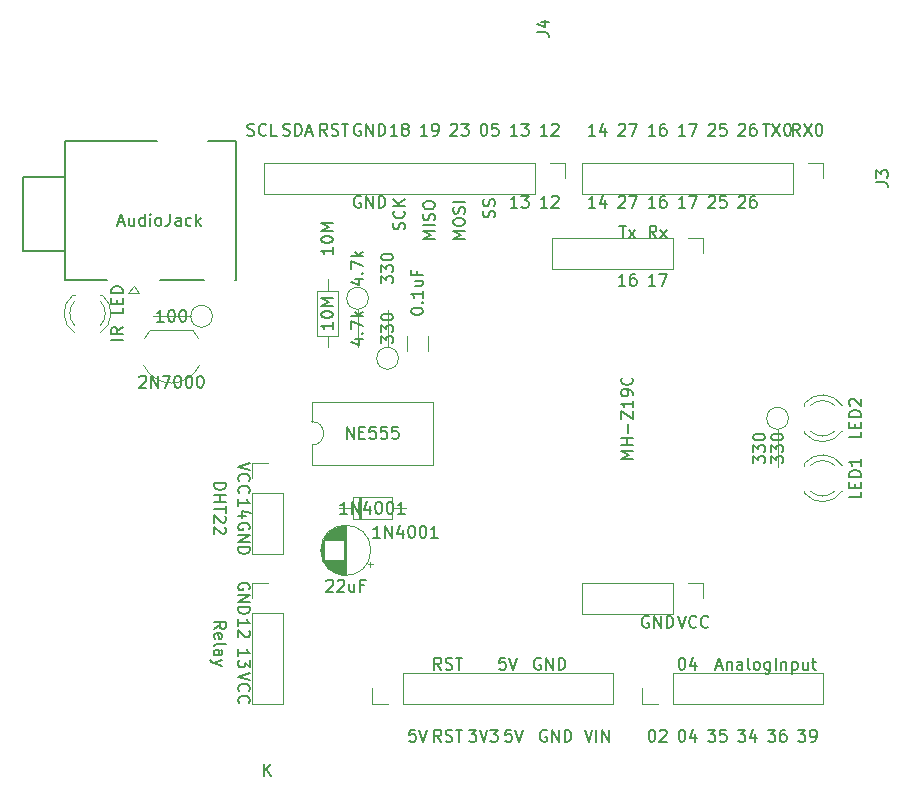
<source format=gto>
%TF.GenerationSoftware,KiCad,Pcbnew,(5.1.12)-1*%
%TF.CreationDate,2022-07-01T18:07:02+09:00*%
%TF.ProjectId,WemosD1Shield,57656d6f-7344-4315-9368-69656c642e6b,rev?*%
%TF.SameCoordinates,Original*%
%TF.FileFunction,Legend,Top*%
%TF.FilePolarity,Positive*%
%FSLAX46Y46*%
G04 Gerber Fmt 4.6, Leading zero omitted, Abs format (unit mm)*
G04 Created by KiCad (PCBNEW (5.1.12)-1) date 2022-07-01 18:07:02*
%MOMM*%
%LPD*%
G01*
G04 APERTURE LIST*
%ADD10C,0.150000*%
%ADD11C,0.120000*%
G04 APERTURE END LIST*
D10*
X164909523Y-97988380D02*
X164338095Y-97988380D01*
X164623809Y-97988380D02*
X164623809Y-96988380D01*
X164528571Y-97131238D01*
X164433333Y-97226476D01*
X164338095Y-97274095D01*
X165242857Y-96988380D02*
X165909523Y-96988380D01*
X165480952Y-97988380D01*
X162369523Y-97988380D02*
X161798095Y-97988380D01*
X162083809Y-97988380D02*
X162083809Y-96988380D01*
X161988571Y-97131238D01*
X161893333Y-97226476D01*
X161798095Y-97274095D01*
X163226666Y-96988380D02*
X163036190Y-96988380D01*
X162940952Y-97036000D01*
X162893333Y-97083619D01*
X162798095Y-97226476D01*
X162750476Y-97416952D01*
X162750476Y-97797904D01*
X162798095Y-97893142D01*
X162845714Y-97940761D01*
X162940952Y-97988380D01*
X163131428Y-97988380D01*
X163226666Y-97940761D01*
X163274285Y-97893142D01*
X163321904Y-97797904D01*
X163321904Y-97559809D01*
X163274285Y-97464571D01*
X163226666Y-97416952D01*
X163131428Y-97369333D01*
X162940952Y-97369333D01*
X162845714Y-97416952D01*
X162798095Y-97464571D01*
X162750476Y-97559809D01*
X129595619Y-129349523D02*
X129595619Y-128778095D01*
X129595619Y-129063809D02*
X130595619Y-129063809D01*
X130452761Y-128968571D01*
X130357523Y-128873333D01*
X130309904Y-128778095D01*
X130595619Y-129682857D02*
X130595619Y-130301904D01*
X130214666Y-129968571D01*
X130214666Y-130111428D01*
X130167047Y-130206666D01*
X130119428Y-130254285D01*
X130024190Y-130301904D01*
X129786095Y-130301904D01*
X129690857Y-130254285D01*
X129643238Y-130206666D01*
X129595619Y-130111428D01*
X129595619Y-129825714D01*
X129643238Y-129730476D01*
X129690857Y-129682857D01*
X130595619Y-130746666D02*
X129595619Y-131080000D01*
X130595619Y-131413333D01*
X129690857Y-132318095D02*
X129643238Y-132270476D01*
X129595619Y-132127619D01*
X129595619Y-132032380D01*
X129643238Y-131889523D01*
X129738476Y-131794285D01*
X129833714Y-131746666D01*
X130024190Y-131699047D01*
X130167047Y-131699047D01*
X130357523Y-131746666D01*
X130452761Y-131794285D01*
X130548000Y-131889523D01*
X130595619Y-132032380D01*
X130595619Y-132127619D01*
X130548000Y-132270476D01*
X130500380Y-132318095D01*
X129690857Y-133318095D02*
X129643238Y-133270476D01*
X129595619Y-133127619D01*
X129595619Y-133032380D01*
X129643238Y-132889523D01*
X129738476Y-132794285D01*
X129833714Y-132746666D01*
X130024190Y-132699047D01*
X130167047Y-132699047D01*
X130357523Y-132746666D01*
X130452761Y-132794285D01*
X130548000Y-132889523D01*
X130595619Y-133032380D01*
X130595619Y-133127619D01*
X130548000Y-133270476D01*
X130500380Y-133318095D01*
X129595619Y-126809523D02*
X129595619Y-126238095D01*
X129595619Y-126523809D02*
X130595619Y-126523809D01*
X130452761Y-126428571D01*
X130357523Y-126333333D01*
X130309904Y-126238095D01*
X130500380Y-127190476D02*
X130548000Y-127238095D01*
X130595619Y-127333333D01*
X130595619Y-127571428D01*
X130548000Y-127666666D01*
X130500380Y-127714285D01*
X130405142Y-127761904D01*
X130309904Y-127761904D01*
X130167047Y-127714285D01*
X129595619Y-127142857D01*
X129595619Y-127761904D01*
X130548000Y-123698095D02*
X130595619Y-123602857D01*
X130595619Y-123460000D01*
X130548000Y-123317142D01*
X130452761Y-123221904D01*
X130357523Y-123174285D01*
X130167047Y-123126666D01*
X130024190Y-123126666D01*
X129833714Y-123174285D01*
X129738476Y-123221904D01*
X129643238Y-123317142D01*
X129595619Y-123460000D01*
X129595619Y-123555238D01*
X129643238Y-123698095D01*
X129690857Y-123745714D01*
X130024190Y-123745714D01*
X130024190Y-123555238D01*
X129595619Y-124174285D02*
X130595619Y-124174285D01*
X129595619Y-124745714D01*
X130595619Y-124745714D01*
X129595619Y-125221904D02*
X130595619Y-125221904D01*
X130595619Y-125460000D01*
X130548000Y-125602857D01*
X130452761Y-125698095D01*
X130357523Y-125745714D01*
X130167047Y-125793333D01*
X130024190Y-125793333D01*
X129833714Y-125745714D01*
X129738476Y-125698095D01*
X129643238Y-125602857D01*
X129595619Y-125460000D01*
X129595619Y-125221904D01*
X130548000Y-118618095D02*
X130595619Y-118522857D01*
X130595619Y-118380000D01*
X130548000Y-118237142D01*
X130452761Y-118141904D01*
X130357523Y-118094285D01*
X130167047Y-118046666D01*
X130024190Y-118046666D01*
X129833714Y-118094285D01*
X129738476Y-118141904D01*
X129643238Y-118237142D01*
X129595619Y-118380000D01*
X129595619Y-118475238D01*
X129643238Y-118618095D01*
X129690857Y-118665714D01*
X130024190Y-118665714D01*
X130024190Y-118475238D01*
X129595619Y-119094285D02*
X130595619Y-119094285D01*
X129595619Y-119665714D01*
X130595619Y-119665714D01*
X129595619Y-120141904D02*
X130595619Y-120141904D01*
X130595619Y-120380000D01*
X130548000Y-120522857D01*
X130452761Y-120618095D01*
X130357523Y-120665714D01*
X130167047Y-120713333D01*
X130024190Y-120713333D01*
X129833714Y-120665714D01*
X129738476Y-120618095D01*
X129643238Y-120522857D01*
X129595619Y-120380000D01*
X129595619Y-120141904D01*
X129595619Y-116649523D02*
X129595619Y-116078095D01*
X129595619Y-116363809D02*
X130595619Y-116363809D01*
X130452761Y-116268571D01*
X130357523Y-116173333D01*
X130309904Y-116078095D01*
X130262285Y-117506666D02*
X129595619Y-117506666D01*
X130643238Y-117268571D02*
X129928952Y-117030476D01*
X129928952Y-117649523D01*
X130595619Y-112966666D02*
X129595619Y-113300000D01*
X130595619Y-113633333D01*
X129690857Y-114538095D02*
X129643238Y-114490476D01*
X129595619Y-114347619D01*
X129595619Y-114252380D01*
X129643238Y-114109523D01*
X129738476Y-114014285D01*
X129833714Y-113966666D01*
X130024190Y-113919047D01*
X130167047Y-113919047D01*
X130357523Y-113966666D01*
X130452761Y-114014285D01*
X130548000Y-114109523D01*
X130595619Y-114252380D01*
X130595619Y-114347619D01*
X130548000Y-114490476D01*
X130500380Y-114538095D01*
X129690857Y-115538095D02*
X129643238Y-115490476D01*
X129595619Y-115347619D01*
X129595619Y-115252380D01*
X129643238Y-115109523D01*
X129738476Y-115014285D01*
X129833714Y-114966666D01*
X130024190Y-114919047D01*
X130167047Y-114919047D01*
X130357523Y-114966666D01*
X130452761Y-115014285D01*
X130548000Y-115109523D01*
X130595619Y-115252380D01*
X130595619Y-115347619D01*
X130548000Y-115490476D01*
X130500380Y-115538095D01*
X170053523Y-130214666D02*
X170529714Y-130214666D01*
X169958285Y-130500380D02*
X170291619Y-129500380D01*
X170624952Y-130500380D01*
X170958285Y-129833714D02*
X170958285Y-130500380D01*
X170958285Y-129928952D02*
X171005904Y-129881333D01*
X171101142Y-129833714D01*
X171244000Y-129833714D01*
X171339238Y-129881333D01*
X171386857Y-129976571D01*
X171386857Y-130500380D01*
X172291619Y-130500380D02*
X172291619Y-129976571D01*
X172244000Y-129881333D01*
X172148761Y-129833714D01*
X171958285Y-129833714D01*
X171863047Y-129881333D01*
X172291619Y-130452761D02*
X172196380Y-130500380D01*
X171958285Y-130500380D01*
X171863047Y-130452761D01*
X171815428Y-130357523D01*
X171815428Y-130262285D01*
X171863047Y-130167047D01*
X171958285Y-130119428D01*
X172196380Y-130119428D01*
X172291619Y-130071809D01*
X172910666Y-130500380D02*
X172815428Y-130452761D01*
X172767809Y-130357523D01*
X172767809Y-129500380D01*
X173434476Y-130500380D02*
X173339238Y-130452761D01*
X173291619Y-130405142D01*
X173244000Y-130309904D01*
X173244000Y-130024190D01*
X173291619Y-129928952D01*
X173339238Y-129881333D01*
X173434476Y-129833714D01*
X173577333Y-129833714D01*
X173672571Y-129881333D01*
X173720190Y-129928952D01*
X173767809Y-130024190D01*
X173767809Y-130309904D01*
X173720190Y-130405142D01*
X173672571Y-130452761D01*
X173577333Y-130500380D01*
X173434476Y-130500380D01*
X174624952Y-129833714D02*
X174624952Y-130643238D01*
X174577333Y-130738476D01*
X174529714Y-130786095D01*
X174434476Y-130833714D01*
X174291619Y-130833714D01*
X174196380Y-130786095D01*
X174624952Y-130452761D02*
X174529714Y-130500380D01*
X174339238Y-130500380D01*
X174244000Y-130452761D01*
X174196380Y-130405142D01*
X174148761Y-130309904D01*
X174148761Y-130024190D01*
X174196380Y-129928952D01*
X174244000Y-129881333D01*
X174339238Y-129833714D01*
X174529714Y-129833714D01*
X174624952Y-129881333D01*
X175101142Y-130500380D02*
X175101142Y-129500380D01*
X175577333Y-129833714D02*
X175577333Y-130500380D01*
X175577333Y-129928952D02*
X175624952Y-129881333D01*
X175720190Y-129833714D01*
X175863047Y-129833714D01*
X175958285Y-129881333D01*
X176005904Y-129976571D01*
X176005904Y-130500380D01*
X176482095Y-129833714D02*
X176482095Y-130833714D01*
X176482095Y-129881333D02*
X176577333Y-129833714D01*
X176767809Y-129833714D01*
X176863047Y-129881333D01*
X176910666Y-129928952D01*
X176958285Y-130024190D01*
X176958285Y-130309904D01*
X176910666Y-130405142D01*
X176863047Y-130452761D01*
X176767809Y-130500380D01*
X176577333Y-130500380D01*
X176482095Y-130452761D01*
X177815428Y-129833714D02*
X177815428Y-130500380D01*
X177386857Y-129833714D02*
X177386857Y-130357523D01*
X177434476Y-130452761D01*
X177529714Y-130500380D01*
X177672571Y-130500380D01*
X177767809Y-130452761D01*
X177815428Y-130405142D01*
X178148761Y-129833714D02*
X178529714Y-129833714D01*
X178291619Y-129500380D02*
X178291619Y-130357523D01*
X178339238Y-130452761D01*
X178434476Y-130500380D01*
X178529714Y-130500380D01*
X176990476Y-135596380D02*
X177609523Y-135596380D01*
X177276190Y-135977333D01*
X177419047Y-135977333D01*
X177514285Y-136024952D01*
X177561904Y-136072571D01*
X177609523Y-136167809D01*
X177609523Y-136405904D01*
X177561904Y-136501142D01*
X177514285Y-136548761D01*
X177419047Y-136596380D01*
X177133333Y-136596380D01*
X177038095Y-136548761D01*
X176990476Y-136501142D01*
X178085714Y-136596380D02*
X178276190Y-136596380D01*
X178371428Y-136548761D01*
X178419047Y-136501142D01*
X178514285Y-136358285D01*
X178561904Y-136167809D01*
X178561904Y-135786857D01*
X178514285Y-135691619D01*
X178466666Y-135644000D01*
X178371428Y-135596380D01*
X178180952Y-135596380D01*
X178085714Y-135644000D01*
X178038095Y-135691619D01*
X177990476Y-135786857D01*
X177990476Y-136024952D01*
X178038095Y-136120190D01*
X178085714Y-136167809D01*
X178180952Y-136215428D01*
X178371428Y-136215428D01*
X178466666Y-136167809D01*
X178514285Y-136120190D01*
X178561904Y-136024952D01*
X174450476Y-135596380D02*
X175069523Y-135596380D01*
X174736190Y-135977333D01*
X174879047Y-135977333D01*
X174974285Y-136024952D01*
X175021904Y-136072571D01*
X175069523Y-136167809D01*
X175069523Y-136405904D01*
X175021904Y-136501142D01*
X174974285Y-136548761D01*
X174879047Y-136596380D01*
X174593333Y-136596380D01*
X174498095Y-136548761D01*
X174450476Y-136501142D01*
X175926666Y-135596380D02*
X175736190Y-135596380D01*
X175640952Y-135644000D01*
X175593333Y-135691619D01*
X175498095Y-135834476D01*
X175450476Y-136024952D01*
X175450476Y-136405904D01*
X175498095Y-136501142D01*
X175545714Y-136548761D01*
X175640952Y-136596380D01*
X175831428Y-136596380D01*
X175926666Y-136548761D01*
X175974285Y-136501142D01*
X176021904Y-136405904D01*
X176021904Y-136167809D01*
X175974285Y-136072571D01*
X175926666Y-136024952D01*
X175831428Y-135977333D01*
X175640952Y-135977333D01*
X175545714Y-136024952D01*
X175498095Y-136072571D01*
X175450476Y-136167809D01*
X171910476Y-135596380D02*
X172529523Y-135596380D01*
X172196190Y-135977333D01*
X172339047Y-135977333D01*
X172434285Y-136024952D01*
X172481904Y-136072571D01*
X172529523Y-136167809D01*
X172529523Y-136405904D01*
X172481904Y-136501142D01*
X172434285Y-136548761D01*
X172339047Y-136596380D01*
X172053333Y-136596380D01*
X171958095Y-136548761D01*
X171910476Y-136501142D01*
X173386666Y-135929714D02*
X173386666Y-136596380D01*
X173148571Y-135548761D02*
X172910476Y-136263047D01*
X173529523Y-136263047D01*
X169370476Y-135596380D02*
X169989523Y-135596380D01*
X169656190Y-135977333D01*
X169799047Y-135977333D01*
X169894285Y-136024952D01*
X169941904Y-136072571D01*
X169989523Y-136167809D01*
X169989523Y-136405904D01*
X169941904Y-136501142D01*
X169894285Y-136548761D01*
X169799047Y-136596380D01*
X169513333Y-136596380D01*
X169418095Y-136548761D01*
X169370476Y-136501142D01*
X170894285Y-135596380D02*
X170418095Y-135596380D01*
X170370476Y-136072571D01*
X170418095Y-136024952D01*
X170513333Y-135977333D01*
X170751428Y-135977333D01*
X170846666Y-136024952D01*
X170894285Y-136072571D01*
X170941904Y-136167809D01*
X170941904Y-136405904D01*
X170894285Y-136501142D01*
X170846666Y-136548761D01*
X170751428Y-136596380D01*
X170513333Y-136596380D01*
X170418095Y-136548761D01*
X170370476Y-136501142D01*
X167116190Y-135596380D02*
X167211428Y-135596380D01*
X167306666Y-135644000D01*
X167354285Y-135691619D01*
X167401904Y-135786857D01*
X167449523Y-135977333D01*
X167449523Y-136215428D01*
X167401904Y-136405904D01*
X167354285Y-136501142D01*
X167306666Y-136548761D01*
X167211428Y-136596380D01*
X167116190Y-136596380D01*
X167020952Y-136548761D01*
X166973333Y-136501142D01*
X166925714Y-136405904D01*
X166878095Y-136215428D01*
X166878095Y-135977333D01*
X166925714Y-135786857D01*
X166973333Y-135691619D01*
X167020952Y-135644000D01*
X167116190Y-135596380D01*
X168306666Y-135929714D02*
X168306666Y-136596380D01*
X168068571Y-135548761D02*
X167830476Y-136263047D01*
X168449523Y-136263047D01*
X164576190Y-135596380D02*
X164671428Y-135596380D01*
X164766666Y-135644000D01*
X164814285Y-135691619D01*
X164861904Y-135786857D01*
X164909523Y-135977333D01*
X164909523Y-136215428D01*
X164861904Y-136405904D01*
X164814285Y-136501142D01*
X164766666Y-136548761D01*
X164671428Y-136596380D01*
X164576190Y-136596380D01*
X164480952Y-136548761D01*
X164433333Y-136501142D01*
X164385714Y-136405904D01*
X164338095Y-136215428D01*
X164338095Y-135977333D01*
X164385714Y-135786857D01*
X164433333Y-135691619D01*
X164480952Y-135644000D01*
X164576190Y-135596380D01*
X165290476Y-135691619D02*
X165338095Y-135644000D01*
X165433333Y-135596380D01*
X165671428Y-135596380D01*
X165766666Y-135644000D01*
X165814285Y-135691619D01*
X165861904Y-135786857D01*
X165861904Y-135882095D01*
X165814285Y-136024952D01*
X165242857Y-136596380D01*
X165861904Y-136596380D01*
X146772380Y-136596380D02*
X146439047Y-136120190D01*
X146200952Y-136596380D02*
X146200952Y-135596380D01*
X146581904Y-135596380D01*
X146677142Y-135644000D01*
X146724761Y-135691619D01*
X146772380Y-135786857D01*
X146772380Y-135929714D01*
X146724761Y-136024952D01*
X146677142Y-136072571D01*
X146581904Y-136120190D01*
X146200952Y-136120190D01*
X147153333Y-136548761D02*
X147296190Y-136596380D01*
X147534285Y-136596380D01*
X147629523Y-136548761D01*
X147677142Y-136501142D01*
X147724761Y-136405904D01*
X147724761Y-136310666D01*
X147677142Y-136215428D01*
X147629523Y-136167809D01*
X147534285Y-136120190D01*
X147343809Y-136072571D01*
X147248571Y-136024952D01*
X147200952Y-135977333D01*
X147153333Y-135882095D01*
X147153333Y-135786857D01*
X147200952Y-135691619D01*
X147248571Y-135644000D01*
X147343809Y-135596380D01*
X147581904Y-135596380D01*
X147724761Y-135644000D01*
X148010476Y-135596380D02*
X148581904Y-135596380D01*
X148296190Y-136596380D02*
X148296190Y-135596380D01*
X149129904Y-135596380D02*
X149748952Y-135596380D01*
X149415619Y-135977333D01*
X149558476Y-135977333D01*
X149653714Y-136024952D01*
X149701333Y-136072571D01*
X149748952Y-136167809D01*
X149748952Y-136405904D01*
X149701333Y-136501142D01*
X149653714Y-136548761D01*
X149558476Y-136596380D01*
X149272761Y-136596380D01*
X149177523Y-136548761D01*
X149129904Y-136501142D01*
X150034666Y-135596380D02*
X150368000Y-136596380D01*
X150701333Y-135596380D01*
X150939428Y-135596380D02*
X151558476Y-135596380D01*
X151225142Y-135977333D01*
X151368000Y-135977333D01*
X151463238Y-136024952D01*
X151510857Y-136072571D01*
X151558476Y-136167809D01*
X151558476Y-136405904D01*
X151510857Y-136501142D01*
X151463238Y-136548761D01*
X151368000Y-136596380D01*
X151082285Y-136596380D01*
X150987047Y-136548761D01*
X150939428Y-136501142D01*
X152717523Y-135596380D02*
X152241333Y-135596380D01*
X152193714Y-136072571D01*
X152241333Y-136024952D01*
X152336571Y-135977333D01*
X152574666Y-135977333D01*
X152669904Y-136024952D01*
X152717523Y-136072571D01*
X152765142Y-136167809D01*
X152765142Y-136405904D01*
X152717523Y-136501142D01*
X152669904Y-136548761D01*
X152574666Y-136596380D01*
X152336571Y-136596380D01*
X152241333Y-136548761D01*
X152193714Y-136501142D01*
X153050857Y-135596380D02*
X153384190Y-136596380D01*
X153717523Y-135596380D01*
X158924761Y-135596380D02*
X159258095Y-136596380D01*
X159591428Y-135596380D01*
X159924761Y-136596380D02*
X159924761Y-135596380D01*
X160400952Y-136596380D02*
X160400952Y-135596380D01*
X160972380Y-136596380D01*
X160972380Y-135596380D01*
X155702095Y-135644000D02*
X155606857Y-135596380D01*
X155464000Y-135596380D01*
X155321142Y-135644000D01*
X155225904Y-135739238D01*
X155178285Y-135834476D01*
X155130666Y-136024952D01*
X155130666Y-136167809D01*
X155178285Y-136358285D01*
X155225904Y-136453523D01*
X155321142Y-136548761D01*
X155464000Y-136596380D01*
X155559238Y-136596380D01*
X155702095Y-136548761D01*
X155749714Y-136501142D01*
X155749714Y-136167809D01*
X155559238Y-136167809D01*
X156178285Y-136596380D02*
X156178285Y-135596380D01*
X156749714Y-136596380D01*
X156749714Y-135596380D01*
X157225904Y-136596380D02*
X157225904Y-135596380D01*
X157464000Y-135596380D01*
X157606857Y-135644000D01*
X157702095Y-135739238D01*
X157749714Y-135834476D01*
X157797333Y-136024952D01*
X157797333Y-136167809D01*
X157749714Y-136358285D01*
X157702095Y-136453523D01*
X157606857Y-136548761D01*
X157464000Y-136596380D01*
X157225904Y-136596380D01*
X144589523Y-135596380D02*
X144113333Y-135596380D01*
X144065714Y-136072571D01*
X144113333Y-136024952D01*
X144208571Y-135977333D01*
X144446666Y-135977333D01*
X144541904Y-136024952D01*
X144589523Y-136072571D01*
X144637142Y-136167809D01*
X144637142Y-136405904D01*
X144589523Y-136501142D01*
X144541904Y-136548761D01*
X144446666Y-136596380D01*
X144208571Y-136596380D01*
X144113333Y-136548761D01*
X144065714Y-136501142D01*
X144922857Y-135596380D02*
X145256190Y-136596380D01*
X145589523Y-135596380D01*
X130381523Y-85240761D02*
X130524380Y-85288380D01*
X130762476Y-85288380D01*
X130857714Y-85240761D01*
X130905333Y-85193142D01*
X130952952Y-85097904D01*
X130952952Y-85002666D01*
X130905333Y-84907428D01*
X130857714Y-84859809D01*
X130762476Y-84812190D01*
X130572000Y-84764571D01*
X130476761Y-84716952D01*
X130429142Y-84669333D01*
X130381523Y-84574095D01*
X130381523Y-84478857D01*
X130429142Y-84383619D01*
X130476761Y-84336000D01*
X130572000Y-84288380D01*
X130810095Y-84288380D01*
X130952952Y-84336000D01*
X131952952Y-85193142D02*
X131905333Y-85240761D01*
X131762476Y-85288380D01*
X131667238Y-85288380D01*
X131524380Y-85240761D01*
X131429142Y-85145523D01*
X131381523Y-85050285D01*
X131333904Y-84859809D01*
X131333904Y-84716952D01*
X131381523Y-84526476D01*
X131429142Y-84431238D01*
X131524380Y-84336000D01*
X131667238Y-84288380D01*
X131762476Y-84288380D01*
X131905333Y-84336000D01*
X131952952Y-84383619D01*
X132857714Y-85288380D02*
X132381523Y-85288380D01*
X132381523Y-84288380D01*
X143660761Y-93233714D02*
X143708380Y-93090857D01*
X143708380Y-92852761D01*
X143660761Y-92757523D01*
X143613142Y-92709904D01*
X143517904Y-92662285D01*
X143422666Y-92662285D01*
X143327428Y-92709904D01*
X143279809Y-92757523D01*
X143232190Y-92852761D01*
X143184571Y-93043238D01*
X143136952Y-93138476D01*
X143089333Y-93186095D01*
X142994095Y-93233714D01*
X142898857Y-93233714D01*
X142803619Y-93186095D01*
X142756000Y-93138476D01*
X142708380Y-93043238D01*
X142708380Y-92805142D01*
X142756000Y-92662285D01*
X143613142Y-91662285D02*
X143660761Y-91709904D01*
X143708380Y-91852761D01*
X143708380Y-91948000D01*
X143660761Y-92090857D01*
X143565523Y-92186095D01*
X143470285Y-92233714D01*
X143279809Y-92281333D01*
X143136952Y-92281333D01*
X142946476Y-92233714D01*
X142851238Y-92186095D01*
X142756000Y-92090857D01*
X142708380Y-91948000D01*
X142708380Y-91852761D01*
X142756000Y-91709904D01*
X142803619Y-91662285D01*
X143708380Y-91233714D02*
X142708380Y-91233714D01*
X143708380Y-90662285D02*
X143136952Y-91090857D01*
X142708380Y-90662285D02*
X143279809Y-91233714D01*
X146248380Y-94027428D02*
X145248380Y-94027428D01*
X145962666Y-93694095D01*
X145248380Y-93360761D01*
X146248380Y-93360761D01*
X146248380Y-92884571D02*
X145248380Y-92884571D01*
X146200761Y-92456000D02*
X146248380Y-92313142D01*
X146248380Y-92075047D01*
X146200761Y-91979809D01*
X146153142Y-91932190D01*
X146057904Y-91884571D01*
X145962666Y-91884571D01*
X145867428Y-91932190D01*
X145819809Y-91979809D01*
X145772190Y-92075047D01*
X145724571Y-92265523D01*
X145676952Y-92360761D01*
X145629333Y-92408380D01*
X145534095Y-92456000D01*
X145438857Y-92456000D01*
X145343619Y-92408380D01*
X145296000Y-92360761D01*
X145248380Y-92265523D01*
X145248380Y-92027428D01*
X145296000Y-91884571D01*
X145248380Y-91265523D02*
X145248380Y-91075047D01*
X145296000Y-90979809D01*
X145391238Y-90884571D01*
X145581714Y-90836952D01*
X145915047Y-90836952D01*
X146105523Y-90884571D01*
X146200761Y-90979809D01*
X146248380Y-91075047D01*
X146248380Y-91265523D01*
X146200761Y-91360761D01*
X146105523Y-91456000D01*
X145915047Y-91503619D01*
X145581714Y-91503619D01*
X145391238Y-91456000D01*
X145296000Y-91360761D01*
X145248380Y-91265523D01*
X148788380Y-94027428D02*
X147788380Y-94027428D01*
X148502666Y-93694095D01*
X147788380Y-93360761D01*
X148788380Y-93360761D01*
X147788380Y-92694095D02*
X147788380Y-92503619D01*
X147836000Y-92408380D01*
X147931238Y-92313142D01*
X148121714Y-92265523D01*
X148455047Y-92265523D01*
X148645523Y-92313142D01*
X148740761Y-92408380D01*
X148788380Y-92503619D01*
X148788380Y-92694095D01*
X148740761Y-92789333D01*
X148645523Y-92884571D01*
X148455047Y-92932190D01*
X148121714Y-92932190D01*
X147931238Y-92884571D01*
X147836000Y-92789333D01*
X147788380Y-92694095D01*
X148740761Y-91884571D02*
X148788380Y-91741714D01*
X148788380Y-91503619D01*
X148740761Y-91408380D01*
X148693142Y-91360761D01*
X148597904Y-91313142D01*
X148502666Y-91313142D01*
X148407428Y-91360761D01*
X148359809Y-91408380D01*
X148312190Y-91503619D01*
X148264571Y-91694095D01*
X148216952Y-91789333D01*
X148169333Y-91836952D01*
X148074095Y-91884571D01*
X147978857Y-91884571D01*
X147883619Y-91836952D01*
X147836000Y-91789333D01*
X147788380Y-91694095D01*
X147788380Y-91456000D01*
X147836000Y-91313142D01*
X148788380Y-90884571D02*
X147788380Y-90884571D01*
X151280761Y-92201904D02*
X151328380Y-92059047D01*
X151328380Y-91820952D01*
X151280761Y-91725714D01*
X151233142Y-91678095D01*
X151137904Y-91630476D01*
X151042666Y-91630476D01*
X150947428Y-91678095D01*
X150899809Y-91725714D01*
X150852190Y-91820952D01*
X150804571Y-92011428D01*
X150756952Y-92106666D01*
X150709333Y-92154285D01*
X150614095Y-92201904D01*
X150518857Y-92201904D01*
X150423619Y-92154285D01*
X150376000Y-92106666D01*
X150328380Y-92011428D01*
X150328380Y-91773333D01*
X150376000Y-91630476D01*
X151280761Y-91249523D02*
X151328380Y-91106666D01*
X151328380Y-90868571D01*
X151280761Y-90773333D01*
X151233142Y-90725714D01*
X151137904Y-90678095D01*
X151042666Y-90678095D01*
X150947428Y-90725714D01*
X150899809Y-90773333D01*
X150852190Y-90868571D01*
X150804571Y-91059047D01*
X150756952Y-91154285D01*
X150709333Y-91201904D01*
X150614095Y-91249523D01*
X150518857Y-91249523D01*
X150423619Y-91201904D01*
X150376000Y-91154285D01*
X150328380Y-91059047D01*
X150328380Y-90820952D01*
X150376000Y-90678095D01*
X147574095Y-84383619D02*
X147621714Y-84336000D01*
X147716952Y-84288380D01*
X147955047Y-84288380D01*
X148050285Y-84336000D01*
X148097904Y-84383619D01*
X148145523Y-84478857D01*
X148145523Y-84574095D01*
X148097904Y-84716952D01*
X147526476Y-85288380D01*
X148145523Y-85288380D01*
X148478857Y-84288380D02*
X149097904Y-84288380D01*
X148764571Y-84669333D01*
X148907428Y-84669333D01*
X149002666Y-84716952D01*
X149050285Y-84764571D01*
X149097904Y-84859809D01*
X149097904Y-85097904D01*
X149050285Y-85193142D01*
X149002666Y-85240761D01*
X148907428Y-85288380D01*
X148621714Y-85288380D01*
X148526476Y-85240761D01*
X148478857Y-85193142D01*
X150352190Y-84288380D02*
X150447428Y-84288380D01*
X150542666Y-84336000D01*
X150590285Y-84383619D01*
X150637904Y-84478857D01*
X150685523Y-84669333D01*
X150685523Y-84907428D01*
X150637904Y-85097904D01*
X150590285Y-85193142D01*
X150542666Y-85240761D01*
X150447428Y-85288380D01*
X150352190Y-85288380D01*
X150256952Y-85240761D01*
X150209333Y-85193142D01*
X150161714Y-85097904D01*
X150114095Y-84907428D01*
X150114095Y-84669333D01*
X150161714Y-84478857D01*
X150209333Y-84383619D01*
X150256952Y-84336000D01*
X150352190Y-84288380D01*
X151590285Y-84288380D02*
X151114095Y-84288380D01*
X151066476Y-84764571D01*
X151114095Y-84716952D01*
X151209333Y-84669333D01*
X151447428Y-84669333D01*
X151542666Y-84716952D01*
X151590285Y-84764571D01*
X151637904Y-84859809D01*
X151637904Y-85097904D01*
X151590285Y-85193142D01*
X151542666Y-85240761D01*
X151447428Y-85288380D01*
X151209333Y-85288380D01*
X151114095Y-85240761D01*
X151066476Y-85193142D01*
X143065523Y-85288380D02*
X142494095Y-85288380D01*
X142779809Y-85288380D02*
X142779809Y-84288380D01*
X142684571Y-84431238D01*
X142589333Y-84526476D01*
X142494095Y-84574095D01*
X143636952Y-84716952D02*
X143541714Y-84669333D01*
X143494095Y-84621714D01*
X143446476Y-84526476D01*
X143446476Y-84478857D01*
X143494095Y-84383619D01*
X143541714Y-84336000D01*
X143636952Y-84288380D01*
X143827428Y-84288380D01*
X143922666Y-84336000D01*
X143970285Y-84383619D01*
X144017904Y-84478857D01*
X144017904Y-84526476D01*
X143970285Y-84621714D01*
X143922666Y-84669333D01*
X143827428Y-84716952D01*
X143636952Y-84716952D01*
X143541714Y-84764571D01*
X143494095Y-84812190D01*
X143446476Y-84907428D01*
X143446476Y-85097904D01*
X143494095Y-85193142D01*
X143541714Y-85240761D01*
X143636952Y-85288380D01*
X143827428Y-85288380D01*
X143922666Y-85240761D01*
X143970285Y-85193142D01*
X144017904Y-85097904D01*
X144017904Y-84907428D01*
X143970285Y-84812190D01*
X143922666Y-84764571D01*
X143827428Y-84716952D01*
X145605523Y-85288380D02*
X145034095Y-85288380D01*
X145319809Y-85288380D02*
X145319809Y-84288380D01*
X145224571Y-84431238D01*
X145129333Y-84526476D01*
X145034095Y-84574095D01*
X146081714Y-85288380D02*
X146272190Y-85288380D01*
X146367428Y-85240761D01*
X146415047Y-85193142D01*
X146510285Y-85050285D01*
X146557904Y-84859809D01*
X146557904Y-84478857D01*
X146510285Y-84383619D01*
X146462666Y-84336000D01*
X146367428Y-84288380D01*
X146176952Y-84288380D01*
X146081714Y-84336000D01*
X146034095Y-84383619D01*
X145986476Y-84478857D01*
X145986476Y-84716952D01*
X146034095Y-84812190D01*
X146081714Y-84859809D01*
X146176952Y-84907428D01*
X146367428Y-84907428D01*
X146462666Y-84859809D01*
X146510285Y-84812190D01*
X146557904Y-84716952D01*
X139954095Y-84336000D02*
X139858857Y-84288380D01*
X139716000Y-84288380D01*
X139573142Y-84336000D01*
X139477904Y-84431238D01*
X139430285Y-84526476D01*
X139382666Y-84716952D01*
X139382666Y-84859809D01*
X139430285Y-85050285D01*
X139477904Y-85145523D01*
X139573142Y-85240761D01*
X139716000Y-85288380D01*
X139811238Y-85288380D01*
X139954095Y-85240761D01*
X140001714Y-85193142D01*
X140001714Y-84859809D01*
X139811238Y-84859809D01*
X140430285Y-85288380D02*
X140430285Y-84288380D01*
X141001714Y-85288380D01*
X141001714Y-84288380D01*
X141477904Y-85288380D02*
X141477904Y-84288380D01*
X141716000Y-84288380D01*
X141858857Y-84336000D01*
X141954095Y-84431238D01*
X142001714Y-84526476D01*
X142049333Y-84716952D01*
X142049333Y-84859809D01*
X142001714Y-85050285D01*
X141954095Y-85145523D01*
X141858857Y-85240761D01*
X141716000Y-85288380D01*
X141477904Y-85288380D01*
X169418095Y-84383619D02*
X169465714Y-84336000D01*
X169560952Y-84288380D01*
X169799047Y-84288380D01*
X169894285Y-84336000D01*
X169941904Y-84383619D01*
X169989523Y-84478857D01*
X169989523Y-84574095D01*
X169941904Y-84716952D01*
X169370476Y-85288380D01*
X169989523Y-85288380D01*
X170894285Y-84288380D02*
X170418095Y-84288380D01*
X170370476Y-84764571D01*
X170418095Y-84716952D01*
X170513333Y-84669333D01*
X170751428Y-84669333D01*
X170846666Y-84716952D01*
X170894285Y-84764571D01*
X170941904Y-84859809D01*
X170941904Y-85097904D01*
X170894285Y-85193142D01*
X170846666Y-85240761D01*
X170751428Y-85288380D01*
X170513333Y-85288380D01*
X170418095Y-85240761D01*
X170370476Y-85193142D01*
X164909523Y-85288380D02*
X164338095Y-85288380D01*
X164623809Y-85288380D02*
X164623809Y-84288380D01*
X164528571Y-84431238D01*
X164433333Y-84526476D01*
X164338095Y-84574095D01*
X165766666Y-84288380D02*
X165576190Y-84288380D01*
X165480952Y-84336000D01*
X165433333Y-84383619D01*
X165338095Y-84526476D01*
X165290476Y-84716952D01*
X165290476Y-85097904D01*
X165338095Y-85193142D01*
X165385714Y-85240761D01*
X165480952Y-85288380D01*
X165671428Y-85288380D01*
X165766666Y-85240761D01*
X165814285Y-85193142D01*
X165861904Y-85097904D01*
X165861904Y-84859809D01*
X165814285Y-84764571D01*
X165766666Y-84716952D01*
X165671428Y-84669333D01*
X165480952Y-84669333D01*
X165385714Y-84716952D01*
X165338095Y-84764571D01*
X165290476Y-84859809D01*
X161798095Y-84383619D02*
X161845714Y-84336000D01*
X161940952Y-84288380D01*
X162179047Y-84288380D01*
X162274285Y-84336000D01*
X162321904Y-84383619D01*
X162369523Y-84478857D01*
X162369523Y-84574095D01*
X162321904Y-84716952D01*
X161750476Y-85288380D01*
X162369523Y-85288380D01*
X162702857Y-84288380D02*
X163369523Y-84288380D01*
X162940952Y-85288380D01*
X167449523Y-85288380D02*
X166878095Y-85288380D01*
X167163809Y-85288380D02*
X167163809Y-84288380D01*
X167068571Y-84431238D01*
X166973333Y-84526476D01*
X166878095Y-84574095D01*
X167782857Y-84288380D02*
X168449523Y-84288380D01*
X168020952Y-85288380D01*
X171958095Y-84383619D02*
X172005714Y-84336000D01*
X172100952Y-84288380D01*
X172339047Y-84288380D01*
X172434285Y-84336000D01*
X172481904Y-84383619D01*
X172529523Y-84478857D01*
X172529523Y-84574095D01*
X172481904Y-84716952D01*
X171910476Y-85288380D01*
X172529523Y-85288380D01*
X173386666Y-84288380D02*
X173196190Y-84288380D01*
X173100952Y-84336000D01*
X173053333Y-84383619D01*
X172958095Y-84526476D01*
X172910476Y-84716952D01*
X172910476Y-85097904D01*
X172958095Y-85193142D01*
X173005714Y-85240761D01*
X173100952Y-85288380D01*
X173291428Y-85288380D01*
X173386666Y-85240761D01*
X173434285Y-85193142D01*
X173481904Y-85097904D01*
X173481904Y-84859809D01*
X173434285Y-84764571D01*
X173386666Y-84716952D01*
X173291428Y-84669333D01*
X173100952Y-84669333D01*
X173005714Y-84716952D01*
X172958095Y-84764571D01*
X172910476Y-84859809D01*
X159829523Y-85288380D02*
X159258095Y-85288380D01*
X159543809Y-85288380D02*
X159543809Y-84288380D01*
X159448571Y-84431238D01*
X159353333Y-84526476D01*
X159258095Y-84574095D01*
X160686666Y-84621714D02*
X160686666Y-85288380D01*
X160448571Y-84240761D02*
X160210476Y-84955047D01*
X160829523Y-84955047D01*
X153225523Y-85288380D02*
X152654095Y-85288380D01*
X152939809Y-85288380D02*
X152939809Y-84288380D01*
X152844571Y-84431238D01*
X152749333Y-84526476D01*
X152654095Y-84574095D01*
X153558857Y-84288380D02*
X154177904Y-84288380D01*
X153844571Y-84669333D01*
X153987428Y-84669333D01*
X154082666Y-84716952D01*
X154130285Y-84764571D01*
X154177904Y-84859809D01*
X154177904Y-85097904D01*
X154130285Y-85193142D01*
X154082666Y-85240761D01*
X153987428Y-85288380D01*
X153701714Y-85288380D01*
X153606476Y-85240761D01*
X153558857Y-85193142D01*
X155765523Y-85288380D02*
X155194095Y-85288380D01*
X155479809Y-85288380D02*
X155479809Y-84288380D01*
X155384571Y-84431238D01*
X155289333Y-84526476D01*
X155194095Y-84574095D01*
X156146476Y-84383619D02*
X156194095Y-84336000D01*
X156289333Y-84288380D01*
X156527428Y-84288380D01*
X156622666Y-84336000D01*
X156670285Y-84383619D01*
X156717904Y-84478857D01*
X156717904Y-84574095D01*
X156670285Y-84716952D01*
X156098857Y-85288380D01*
X156717904Y-85288380D01*
X174021904Y-84288380D02*
X174593333Y-84288380D01*
X174307619Y-85288380D02*
X174307619Y-84288380D01*
X174831428Y-84288380D02*
X175498095Y-85288380D01*
X175498095Y-84288380D02*
X174831428Y-85288380D01*
X176069523Y-84288380D02*
X176164761Y-84288380D01*
X176260000Y-84336000D01*
X176307619Y-84383619D01*
X176355238Y-84478857D01*
X176402857Y-84669333D01*
X176402857Y-84907428D01*
X176355238Y-85097904D01*
X176307619Y-85193142D01*
X176260000Y-85240761D01*
X176164761Y-85288380D01*
X176069523Y-85288380D01*
X175974285Y-85240761D01*
X175926666Y-85193142D01*
X175879047Y-85097904D01*
X175831428Y-84907428D01*
X175831428Y-84669333D01*
X175879047Y-84478857D01*
X175926666Y-84383619D01*
X175974285Y-84336000D01*
X176069523Y-84288380D01*
X177157142Y-85288380D02*
X176823809Y-84812190D01*
X176585714Y-85288380D02*
X176585714Y-84288380D01*
X176966666Y-84288380D01*
X177061904Y-84336000D01*
X177109523Y-84383619D01*
X177157142Y-84478857D01*
X177157142Y-84621714D01*
X177109523Y-84716952D01*
X177061904Y-84764571D01*
X176966666Y-84812190D01*
X176585714Y-84812190D01*
X177490476Y-84288380D02*
X178157142Y-85288380D01*
X178157142Y-84288380D02*
X177490476Y-85288380D01*
X178728571Y-84288380D02*
X178823809Y-84288380D01*
X178919047Y-84336000D01*
X178966666Y-84383619D01*
X179014285Y-84478857D01*
X179061904Y-84669333D01*
X179061904Y-84907428D01*
X179014285Y-85097904D01*
X178966666Y-85193142D01*
X178919047Y-85240761D01*
X178823809Y-85288380D01*
X178728571Y-85288380D01*
X178633333Y-85240761D01*
X178585714Y-85193142D01*
X178538095Y-85097904D01*
X178490476Y-84907428D01*
X178490476Y-84669333D01*
X178538095Y-84478857D01*
X178585714Y-84383619D01*
X178633333Y-84336000D01*
X178728571Y-84288380D01*
X137120380Y-85288380D02*
X136787047Y-84812190D01*
X136548952Y-85288380D02*
X136548952Y-84288380D01*
X136929904Y-84288380D01*
X137025142Y-84336000D01*
X137072761Y-84383619D01*
X137120380Y-84478857D01*
X137120380Y-84621714D01*
X137072761Y-84716952D01*
X137025142Y-84764571D01*
X136929904Y-84812190D01*
X136548952Y-84812190D01*
X137501333Y-85240761D02*
X137644190Y-85288380D01*
X137882285Y-85288380D01*
X137977523Y-85240761D01*
X138025142Y-85193142D01*
X138072761Y-85097904D01*
X138072761Y-85002666D01*
X138025142Y-84907428D01*
X137977523Y-84859809D01*
X137882285Y-84812190D01*
X137691809Y-84764571D01*
X137596571Y-84716952D01*
X137548952Y-84669333D01*
X137501333Y-84574095D01*
X137501333Y-84478857D01*
X137548952Y-84383619D01*
X137596571Y-84336000D01*
X137691809Y-84288380D01*
X137929904Y-84288380D01*
X138072761Y-84336000D01*
X138358476Y-84288380D02*
X138929904Y-84288380D01*
X138644190Y-85288380D02*
X138644190Y-84288380D01*
X133405714Y-85240761D02*
X133548571Y-85288380D01*
X133786666Y-85288380D01*
X133881904Y-85240761D01*
X133929523Y-85193142D01*
X133977142Y-85097904D01*
X133977142Y-85002666D01*
X133929523Y-84907428D01*
X133881904Y-84859809D01*
X133786666Y-84812190D01*
X133596190Y-84764571D01*
X133500952Y-84716952D01*
X133453333Y-84669333D01*
X133405714Y-84574095D01*
X133405714Y-84478857D01*
X133453333Y-84383619D01*
X133500952Y-84336000D01*
X133596190Y-84288380D01*
X133834285Y-84288380D01*
X133977142Y-84336000D01*
X134405714Y-85288380D02*
X134405714Y-84288380D01*
X134643809Y-84288380D01*
X134786666Y-84336000D01*
X134881904Y-84431238D01*
X134929523Y-84526476D01*
X134977142Y-84716952D01*
X134977142Y-84859809D01*
X134929523Y-85050285D01*
X134881904Y-85145523D01*
X134786666Y-85240761D01*
X134643809Y-85288380D01*
X134405714Y-85288380D01*
X135358095Y-85002666D02*
X135834285Y-85002666D01*
X135262857Y-85288380D02*
X135596190Y-84288380D01*
X135929523Y-85288380D01*
X153225523Y-91384380D02*
X152654095Y-91384380D01*
X152939809Y-91384380D02*
X152939809Y-90384380D01*
X152844571Y-90527238D01*
X152749333Y-90622476D01*
X152654095Y-90670095D01*
X153558857Y-90384380D02*
X154177904Y-90384380D01*
X153844571Y-90765333D01*
X153987428Y-90765333D01*
X154082666Y-90812952D01*
X154130285Y-90860571D01*
X154177904Y-90955809D01*
X154177904Y-91193904D01*
X154130285Y-91289142D01*
X154082666Y-91336761D01*
X153987428Y-91384380D01*
X153701714Y-91384380D01*
X153606476Y-91336761D01*
X153558857Y-91289142D01*
X171958095Y-90479619D02*
X172005714Y-90432000D01*
X172100952Y-90384380D01*
X172339047Y-90384380D01*
X172434285Y-90432000D01*
X172481904Y-90479619D01*
X172529523Y-90574857D01*
X172529523Y-90670095D01*
X172481904Y-90812952D01*
X171910476Y-91384380D01*
X172529523Y-91384380D01*
X173386666Y-90384380D02*
X173196190Y-90384380D01*
X173100952Y-90432000D01*
X173053333Y-90479619D01*
X172958095Y-90622476D01*
X172910476Y-90812952D01*
X172910476Y-91193904D01*
X172958095Y-91289142D01*
X173005714Y-91336761D01*
X173100952Y-91384380D01*
X173291428Y-91384380D01*
X173386666Y-91336761D01*
X173434285Y-91289142D01*
X173481904Y-91193904D01*
X173481904Y-90955809D01*
X173434285Y-90860571D01*
X173386666Y-90812952D01*
X173291428Y-90765333D01*
X173100952Y-90765333D01*
X173005714Y-90812952D01*
X172958095Y-90860571D01*
X172910476Y-90955809D01*
X169418095Y-90479619D02*
X169465714Y-90432000D01*
X169560952Y-90384380D01*
X169799047Y-90384380D01*
X169894285Y-90432000D01*
X169941904Y-90479619D01*
X169989523Y-90574857D01*
X169989523Y-90670095D01*
X169941904Y-90812952D01*
X169370476Y-91384380D01*
X169989523Y-91384380D01*
X170894285Y-90384380D02*
X170418095Y-90384380D01*
X170370476Y-90860571D01*
X170418095Y-90812952D01*
X170513333Y-90765333D01*
X170751428Y-90765333D01*
X170846666Y-90812952D01*
X170894285Y-90860571D01*
X170941904Y-90955809D01*
X170941904Y-91193904D01*
X170894285Y-91289142D01*
X170846666Y-91336761D01*
X170751428Y-91384380D01*
X170513333Y-91384380D01*
X170418095Y-91336761D01*
X170370476Y-91289142D01*
X167449523Y-91384380D02*
X166878095Y-91384380D01*
X167163809Y-91384380D02*
X167163809Y-90384380D01*
X167068571Y-90527238D01*
X166973333Y-90622476D01*
X166878095Y-90670095D01*
X167782857Y-90384380D02*
X168449523Y-90384380D01*
X168020952Y-91384380D01*
X164909523Y-91384380D02*
X164338095Y-91384380D01*
X164623809Y-91384380D02*
X164623809Y-90384380D01*
X164528571Y-90527238D01*
X164433333Y-90622476D01*
X164338095Y-90670095D01*
X165766666Y-90384380D02*
X165576190Y-90384380D01*
X165480952Y-90432000D01*
X165433333Y-90479619D01*
X165338095Y-90622476D01*
X165290476Y-90812952D01*
X165290476Y-91193904D01*
X165338095Y-91289142D01*
X165385714Y-91336761D01*
X165480952Y-91384380D01*
X165671428Y-91384380D01*
X165766666Y-91336761D01*
X165814285Y-91289142D01*
X165861904Y-91193904D01*
X165861904Y-90955809D01*
X165814285Y-90860571D01*
X165766666Y-90812952D01*
X165671428Y-90765333D01*
X165480952Y-90765333D01*
X165385714Y-90812952D01*
X165338095Y-90860571D01*
X165290476Y-90955809D01*
X161798095Y-90479619D02*
X161845714Y-90432000D01*
X161940952Y-90384380D01*
X162179047Y-90384380D01*
X162274285Y-90432000D01*
X162321904Y-90479619D01*
X162369523Y-90574857D01*
X162369523Y-90670095D01*
X162321904Y-90812952D01*
X161750476Y-91384380D01*
X162369523Y-91384380D01*
X162702857Y-90384380D02*
X163369523Y-90384380D01*
X162940952Y-91384380D01*
X159829523Y-91384380D02*
X159258095Y-91384380D01*
X159543809Y-91384380D02*
X159543809Y-90384380D01*
X159448571Y-90527238D01*
X159353333Y-90622476D01*
X159258095Y-90670095D01*
X160686666Y-90717714D02*
X160686666Y-91384380D01*
X160448571Y-90336761D02*
X160210476Y-91051047D01*
X160829523Y-91051047D01*
X155765523Y-91384380D02*
X155194095Y-91384380D01*
X155479809Y-91384380D02*
X155479809Y-90384380D01*
X155384571Y-90527238D01*
X155289333Y-90622476D01*
X155194095Y-90670095D01*
X156146476Y-90479619D02*
X156194095Y-90432000D01*
X156289333Y-90384380D01*
X156527428Y-90384380D01*
X156622666Y-90432000D01*
X156670285Y-90479619D01*
X156717904Y-90574857D01*
X156717904Y-90670095D01*
X156670285Y-90812952D01*
X156098857Y-91384380D01*
X156717904Y-91384380D01*
X139954095Y-90432000D02*
X139858857Y-90384380D01*
X139716000Y-90384380D01*
X139573142Y-90432000D01*
X139477904Y-90527238D01*
X139430285Y-90622476D01*
X139382666Y-90812952D01*
X139382666Y-90955809D01*
X139430285Y-91146285D01*
X139477904Y-91241523D01*
X139573142Y-91336761D01*
X139716000Y-91384380D01*
X139811238Y-91384380D01*
X139954095Y-91336761D01*
X140001714Y-91289142D01*
X140001714Y-90955809D01*
X139811238Y-90955809D01*
X140430285Y-91384380D02*
X140430285Y-90384380D01*
X141001714Y-91384380D01*
X141001714Y-90384380D01*
X141477904Y-91384380D02*
X141477904Y-90384380D01*
X141716000Y-90384380D01*
X141858857Y-90432000D01*
X141954095Y-90527238D01*
X142001714Y-90622476D01*
X142049333Y-90812952D01*
X142049333Y-90955809D01*
X142001714Y-91146285D01*
X141954095Y-91241523D01*
X141858857Y-91336761D01*
X141716000Y-91384380D01*
X141477904Y-91384380D01*
X155194095Y-129548000D02*
X155098857Y-129500380D01*
X154956000Y-129500380D01*
X154813142Y-129548000D01*
X154717904Y-129643238D01*
X154670285Y-129738476D01*
X154622666Y-129928952D01*
X154622666Y-130071809D01*
X154670285Y-130262285D01*
X154717904Y-130357523D01*
X154813142Y-130452761D01*
X154956000Y-130500380D01*
X155051238Y-130500380D01*
X155194095Y-130452761D01*
X155241714Y-130405142D01*
X155241714Y-130071809D01*
X155051238Y-130071809D01*
X155670285Y-130500380D02*
X155670285Y-129500380D01*
X156241714Y-130500380D01*
X156241714Y-129500380D01*
X156717904Y-130500380D02*
X156717904Y-129500380D01*
X156956000Y-129500380D01*
X157098857Y-129548000D01*
X157194095Y-129643238D01*
X157241714Y-129738476D01*
X157289333Y-129928952D01*
X157289333Y-130071809D01*
X157241714Y-130262285D01*
X157194095Y-130357523D01*
X157098857Y-130452761D01*
X156956000Y-130500380D01*
X156717904Y-130500380D01*
X152209523Y-129500380D02*
X151733333Y-129500380D01*
X151685714Y-129976571D01*
X151733333Y-129928952D01*
X151828571Y-129881333D01*
X152066666Y-129881333D01*
X152161904Y-129928952D01*
X152209523Y-129976571D01*
X152257142Y-130071809D01*
X152257142Y-130309904D01*
X152209523Y-130405142D01*
X152161904Y-130452761D01*
X152066666Y-130500380D01*
X151828571Y-130500380D01*
X151733333Y-130452761D01*
X151685714Y-130405142D01*
X152542857Y-129500380D02*
X152876190Y-130500380D01*
X153209523Y-129500380D01*
D11*
%TO.C,4.7k*%
X140620000Y-99060000D02*
G75*
G03*
X140620000Y-99060000I-920000J0D01*
G01*
X139700000Y-99980000D02*
X139700000Y-103140000D01*
%TO.C,10M*%
X136240000Y-102250000D02*
X138080000Y-102250000D01*
X138080000Y-102250000D02*
X138080000Y-98410000D01*
X138080000Y-98410000D02*
X136240000Y-98410000D01*
X136240000Y-98410000D02*
X136240000Y-102250000D01*
X137160000Y-103200000D02*
X137160000Y-102250000D01*
X137160000Y-97460000D02*
X137160000Y-98410000D01*
%TO.C,0.1uF*%
X143860000Y-103519000D02*
X143860000Y-102261000D01*
X145700000Y-103519000D02*
X145700000Y-102261000D01*
%TO.C,2N7000*%
X121627816Y-102509205D02*
G75*
G02*
X122152000Y-101782000I2324184J-1122795D01*
G01*
X121595600Y-104730807D02*
G75*
G03*
X123952000Y-106232000I2356400J1098807D01*
G01*
X126308400Y-104730807D02*
G75*
G02*
X123952000Y-106232000I-2356400J1098807D01*
G01*
X126276184Y-102509205D02*
G75*
G03*
X125752000Y-101782000I-2324184J-1122795D01*
G01*
X125752000Y-101782000D02*
X122152000Y-101782000D01*
%TO.C,DHT22*%
X130750000Y-120710000D02*
X133410000Y-120710000D01*
X130750000Y-115570000D02*
X130750000Y-120710000D01*
X133410000Y-115570000D02*
X133410000Y-120710000D01*
X130750000Y-115570000D02*
X133410000Y-115570000D01*
X130750000Y-114300000D02*
X130750000Y-112970000D01*
X130750000Y-112970000D02*
X132080000Y-112970000D01*
%TO.C,VCC*%
X158690000Y-123130000D02*
X158690000Y-125790000D01*
X166370000Y-123130000D02*
X158690000Y-123130000D01*
X166370000Y-125790000D02*
X158690000Y-125790000D01*
X166370000Y-123130000D02*
X166370000Y-125790000D01*
X167640000Y-123130000D02*
X168970000Y-123130000D01*
X168970000Y-123130000D02*
X168970000Y-124460000D01*
%TO.C,Rx*%
X156150000Y-93920000D02*
X156150000Y-96580000D01*
X166370000Y-93920000D02*
X156150000Y-93920000D01*
X166370000Y-96580000D02*
X156150000Y-96580000D01*
X166370000Y-93920000D02*
X166370000Y-96580000D01*
X167640000Y-93920000D02*
X168970000Y-93920000D01*
X168970000Y-93920000D02*
X168970000Y-95250000D01*
%TO.C,NE555*%
X135830000Y-109490000D02*
G75*
G02*
X135830000Y-111490000I0J-1000000D01*
G01*
X135830000Y-111490000D02*
X135830000Y-113140000D01*
X135830000Y-113140000D02*
X146110000Y-113140000D01*
X146110000Y-113140000D02*
X146110000Y-107840000D01*
X146110000Y-107840000D02*
X135830000Y-107840000D01*
X135830000Y-107840000D02*
X135830000Y-109490000D01*
%TO.C,330*%
X176180000Y-109220000D02*
G75*
G03*
X176180000Y-109220000I-920000J0D01*
G01*
X175260000Y-110140000D02*
X175260000Y-113300000D01*
X143160000Y-104140000D02*
G75*
G03*
X143160000Y-104140000I-920000J0D01*
G01*
X142240000Y-103220000D02*
X142240000Y-100060000D01*
%TO.C,100*%
X127412000Y-100584000D02*
G75*
G03*
X127412000Y-100584000I-920000J0D01*
G01*
X125572000Y-100584000D02*
X122412000Y-100584000D01*
%TO.C,AudioJack*%
X121240000Y-98570000D02*
X120740000Y-98020000D01*
X120240000Y-98570000D02*
X121240000Y-98570000D01*
X120740000Y-98020000D02*
X120240000Y-98570000D01*
D10*
X114940000Y-85720000D02*
X122690000Y-85720000D01*
X127040000Y-85720000D02*
X129440000Y-85720000D01*
X129440000Y-85720000D02*
X129440000Y-97520000D01*
X129440000Y-97520000D02*
X129340000Y-97520000D01*
X126740000Y-97520000D02*
X122990000Y-97520000D01*
X118490000Y-97520000D02*
X114940000Y-97520000D01*
X114940000Y-97520000D02*
X114940000Y-85720000D01*
X114940000Y-88820000D02*
X111340000Y-88820000D01*
X111340000Y-88820000D02*
X111340000Y-95020000D01*
X111340000Y-95020000D02*
X114940000Y-95020000D01*
D11*
%TO.C,Relay*%
X130750000Y-133410000D02*
X133410000Y-133410000D01*
X130750000Y-125730000D02*
X130750000Y-133410000D01*
X133410000Y-125730000D02*
X133410000Y-133410000D01*
X130750000Y-125730000D02*
X133410000Y-125730000D01*
X130750000Y-124460000D02*
X130750000Y-123130000D01*
X130750000Y-123130000D02*
X132080000Y-123130000D01*
%TO.C,J4*%
X131766000Y-87570000D02*
X131766000Y-90230000D01*
X154686000Y-87570000D02*
X131766000Y-87570000D01*
X154686000Y-90230000D02*
X131766000Y-90230000D01*
X154686000Y-87570000D02*
X154686000Y-90230000D01*
X155956000Y-87570000D02*
X157286000Y-87570000D01*
X157286000Y-87570000D02*
X157286000Y-88900000D01*
%TO.C,J3*%
X158690000Y-87570000D02*
X158690000Y-90230000D01*
X176530000Y-87570000D02*
X158690000Y-87570000D01*
X176530000Y-90230000D02*
X158690000Y-90230000D01*
X176530000Y-87570000D02*
X176530000Y-90230000D01*
X177800000Y-87570000D02*
X179130000Y-87570000D01*
X179130000Y-87570000D02*
X179130000Y-88900000D01*
%TO.C,04*%
X179130000Y-133410000D02*
X179130000Y-130750000D01*
X166370000Y-133410000D02*
X179130000Y-133410000D01*
X166370000Y-130750000D02*
X179130000Y-130750000D01*
X166370000Y-133410000D02*
X166370000Y-130750000D01*
X165100000Y-133410000D02*
X163770000Y-133410000D01*
X163770000Y-133410000D02*
X163770000Y-132080000D01*
%TO.C,RST*%
X161350000Y-133410000D02*
X161350000Y-130750000D01*
X143510000Y-133410000D02*
X161350000Y-133410000D01*
X143510000Y-130750000D02*
X161350000Y-130750000D01*
X143510000Y-133410000D02*
X143510000Y-130750000D01*
X142240000Y-133410000D02*
X140910000Y-133410000D01*
X140910000Y-133410000D02*
X140910000Y-132080000D01*
%TO.C,IR LED*%
X115760163Y-101371130D02*
G75*
G02*
X115760000Y-99289039I1079837J1041130D01*
G01*
X117919837Y-101371130D02*
G75*
G03*
X117920000Y-99289039I-1079837J1041130D01*
G01*
X115761392Y-102002335D02*
G75*
G02*
X115604484Y-98770000I1078608J1672335D01*
G01*
X117918608Y-102002335D02*
G75*
G03*
X118075516Y-98770000I-1078608J1672335D01*
G01*
X118076000Y-98770000D02*
X117920000Y-98770000D01*
X115760000Y-98770000D02*
X115604000Y-98770000D01*
%TO.C,1N4001*%
X139330000Y-115920000D02*
X139330000Y-117760000D01*
X139330000Y-117760000D02*
X142610000Y-117760000D01*
X142610000Y-117760000D02*
X142610000Y-115920000D01*
X142610000Y-115920000D02*
X139330000Y-115920000D01*
X138150000Y-116840000D02*
X139330000Y-116840000D01*
X143790000Y-116840000D02*
X142610000Y-116840000D01*
X139906000Y-115920000D02*
X139906000Y-117760000D01*
X140026000Y-115920000D02*
X140026000Y-117760000D01*
X139786000Y-115920000D02*
X139786000Y-117760000D01*
%TO.C,LED2*%
X180111130Y-110299837D02*
G75*
G02*
X178029039Y-110300000I-1041130J1079837D01*
G01*
X180111130Y-108140163D02*
G75*
G03*
X178029039Y-108140000I-1041130J-1079837D01*
G01*
X180742335Y-110298608D02*
G75*
G02*
X177510000Y-110455516I-1672335J1078608D01*
G01*
X180742335Y-108141392D02*
G75*
G03*
X177510000Y-107984484I-1672335J-1078608D01*
G01*
X177510000Y-107984000D02*
X177510000Y-108140000D01*
X177510000Y-110300000D02*
X177510000Y-110456000D01*
%TO.C,LED1*%
X180111130Y-115379837D02*
G75*
G02*
X178029039Y-115380000I-1041130J1079837D01*
G01*
X180111130Y-113220163D02*
G75*
G03*
X178029039Y-113220000I-1041130J-1079837D01*
G01*
X180742335Y-115378608D02*
G75*
G02*
X177510000Y-115535516I-1672335J1078608D01*
G01*
X180742335Y-113221392D02*
G75*
G03*
X177510000Y-113064484I-1672335J-1078608D01*
G01*
X177510000Y-113064000D02*
X177510000Y-113220000D01*
X177510000Y-115380000D02*
X177510000Y-115536000D01*
%TO.C,22uF*%
X140820000Y-120396000D02*
G75*
G03*
X140820000Y-120396000I-2120000J0D01*
G01*
X138700000Y-122476000D02*
X138700000Y-118316000D01*
X138660000Y-122476000D02*
X138660000Y-118316000D01*
X138620000Y-122475000D02*
X138620000Y-118317000D01*
X138580000Y-122473000D02*
X138580000Y-118319000D01*
X138540000Y-122470000D02*
X138540000Y-118322000D01*
X138500000Y-122467000D02*
X138500000Y-121236000D01*
X138500000Y-119556000D02*
X138500000Y-118325000D01*
X138460000Y-122463000D02*
X138460000Y-121236000D01*
X138460000Y-119556000D02*
X138460000Y-118329000D01*
X138420000Y-122458000D02*
X138420000Y-121236000D01*
X138420000Y-119556000D02*
X138420000Y-118334000D01*
X138380000Y-122452000D02*
X138380000Y-121236000D01*
X138380000Y-119556000D02*
X138380000Y-118340000D01*
X138340000Y-122446000D02*
X138340000Y-121236000D01*
X138340000Y-119556000D02*
X138340000Y-118346000D01*
X138300000Y-122438000D02*
X138300000Y-121236000D01*
X138300000Y-119556000D02*
X138300000Y-118354000D01*
X138260000Y-122430000D02*
X138260000Y-121236000D01*
X138260000Y-119556000D02*
X138260000Y-118362000D01*
X138220000Y-122421000D02*
X138220000Y-121236000D01*
X138220000Y-119556000D02*
X138220000Y-118371000D01*
X138180000Y-122412000D02*
X138180000Y-121236000D01*
X138180000Y-119556000D02*
X138180000Y-118380000D01*
X138140000Y-122401000D02*
X138140000Y-121236000D01*
X138140000Y-119556000D02*
X138140000Y-118391000D01*
X138100000Y-122390000D02*
X138100000Y-121236000D01*
X138100000Y-119556000D02*
X138100000Y-118402000D01*
X138060000Y-122378000D02*
X138060000Y-121236000D01*
X138060000Y-119556000D02*
X138060000Y-118414000D01*
X138020000Y-122364000D02*
X138020000Y-121236000D01*
X138020000Y-119556000D02*
X138020000Y-118428000D01*
X137979000Y-122350000D02*
X137979000Y-121236000D01*
X137979000Y-119556000D02*
X137979000Y-118442000D01*
X137939000Y-122336000D02*
X137939000Y-121236000D01*
X137939000Y-119556000D02*
X137939000Y-118456000D01*
X137899000Y-122320000D02*
X137899000Y-121236000D01*
X137899000Y-119556000D02*
X137899000Y-118472000D01*
X137859000Y-122303000D02*
X137859000Y-121236000D01*
X137859000Y-119556000D02*
X137859000Y-118489000D01*
X137819000Y-122285000D02*
X137819000Y-121236000D01*
X137819000Y-119556000D02*
X137819000Y-118507000D01*
X137779000Y-122266000D02*
X137779000Y-121236000D01*
X137779000Y-119556000D02*
X137779000Y-118526000D01*
X137739000Y-122247000D02*
X137739000Y-121236000D01*
X137739000Y-119556000D02*
X137739000Y-118545000D01*
X137699000Y-122226000D02*
X137699000Y-121236000D01*
X137699000Y-119556000D02*
X137699000Y-118566000D01*
X137659000Y-122204000D02*
X137659000Y-121236000D01*
X137659000Y-119556000D02*
X137659000Y-118588000D01*
X137619000Y-122181000D02*
X137619000Y-121236000D01*
X137619000Y-119556000D02*
X137619000Y-118611000D01*
X137579000Y-122156000D02*
X137579000Y-121236000D01*
X137579000Y-119556000D02*
X137579000Y-118636000D01*
X137539000Y-122131000D02*
X137539000Y-121236000D01*
X137539000Y-119556000D02*
X137539000Y-118661000D01*
X137499000Y-122104000D02*
X137499000Y-121236000D01*
X137499000Y-119556000D02*
X137499000Y-118688000D01*
X137459000Y-122076000D02*
X137459000Y-121236000D01*
X137459000Y-119556000D02*
X137459000Y-118716000D01*
X137419000Y-122046000D02*
X137419000Y-121236000D01*
X137419000Y-119556000D02*
X137419000Y-118746000D01*
X137379000Y-122015000D02*
X137379000Y-121236000D01*
X137379000Y-119556000D02*
X137379000Y-118777000D01*
X137339000Y-121983000D02*
X137339000Y-121236000D01*
X137339000Y-119556000D02*
X137339000Y-118809000D01*
X137299000Y-121948000D02*
X137299000Y-121236000D01*
X137299000Y-119556000D02*
X137299000Y-118844000D01*
X137259000Y-121912000D02*
X137259000Y-121236000D01*
X137259000Y-119556000D02*
X137259000Y-118880000D01*
X137219000Y-121874000D02*
X137219000Y-121236000D01*
X137219000Y-119556000D02*
X137219000Y-118918000D01*
X137179000Y-121834000D02*
X137179000Y-121236000D01*
X137179000Y-119556000D02*
X137179000Y-118958000D01*
X137139000Y-121792000D02*
X137139000Y-121236000D01*
X137139000Y-119556000D02*
X137139000Y-119000000D01*
X137099000Y-121747000D02*
X137099000Y-121236000D01*
X137099000Y-119556000D02*
X137099000Y-119045000D01*
X137059000Y-121700000D02*
X137059000Y-121236000D01*
X137059000Y-119556000D02*
X137059000Y-119092000D01*
X137019000Y-121650000D02*
X137019000Y-121236000D01*
X137019000Y-119556000D02*
X137019000Y-119142000D01*
X136979000Y-121596000D02*
X136979000Y-121236000D01*
X136979000Y-119556000D02*
X136979000Y-119196000D01*
X136939000Y-121538000D02*
X136939000Y-121236000D01*
X136939000Y-119556000D02*
X136939000Y-119254000D01*
X136899000Y-121476000D02*
X136899000Y-121236000D01*
X136899000Y-119556000D02*
X136899000Y-119316000D01*
X136859000Y-121409000D02*
X136859000Y-119383000D01*
X136819000Y-121336000D02*
X136819000Y-119456000D01*
X136779000Y-121255000D02*
X136779000Y-119537000D01*
X136739000Y-121164000D02*
X136739000Y-119628000D01*
X136699000Y-121060000D02*
X136699000Y-119732000D01*
X136659000Y-120933000D02*
X136659000Y-119859000D01*
X136619000Y-120766000D02*
X136619000Y-120026000D01*
X140969801Y-121591000D02*
X140569801Y-121591000D01*
X140769801Y-121791000D02*
X140769801Y-121391000D01*
%TO.C,4.7k*%
D10*
X139485714Y-102528571D02*
X140152380Y-102528571D01*
X139104761Y-102766666D02*
X139819047Y-103004761D01*
X139819047Y-102385714D01*
X140057142Y-102004761D02*
X140104761Y-101957142D01*
X140152380Y-102004761D01*
X140104761Y-102052380D01*
X140057142Y-102004761D01*
X140152380Y-102004761D01*
X139152380Y-101623809D02*
X139152380Y-100957142D01*
X140152380Y-101385714D01*
X140152380Y-100576190D02*
X139152380Y-100576190D01*
X139771428Y-100480952D02*
X140152380Y-100195238D01*
X139485714Y-100195238D02*
X139866666Y-100576190D01*
X139485714Y-97448571D02*
X140152380Y-97448571D01*
X139104761Y-97686666D02*
X139819047Y-97924761D01*
X139819047Y-97305714D01*
X140057142Y-96924761D02*
X140104761Y-96877142D01*
X140152380Y-96924761D01*
X140104761Y-96972380D01*
X140057142Y-96924761D01*
X140152380Y-96924761D01*
X139152380Y-96543809D02*
X139152380Y-95877142D01*
X140152380Y-96305714D01*
X140152380Y-95496190D02*
X139152380Y-95496190D01*
X139771428Y-95400952D02*
X140152380Y-95115238D01*
X139485714Y-95115238D02*
X139866666Y-95496190D01*
%TO.C,10M*%
X137612380Y-101091904D02*
X137612380Y-101663333D01*
X137612380Y-101377619D02*
X136612380Y-101377619D01*
X136755238Y-101472857D01*
X136850476Y-101568095D01*
X136898095Y-101663333D01*
X136612380Y-100472857D02*
X136612380Y-100377619D01*
X136660000Y-100282380D01*
X136707619Y-100234761D01*
X136802857Y-100187142D01*
X136993333Y-100139523D01*
X137231428Y-100139523D01*
X137421904Y-100187142D01*
X137517142Y-100234761D01*
X137564761Y-100282380D01*
X137612380Y-100377619D01*
X137612380Y-100472857D01*
X137564761Y-100568095D01*
X137517142Y-100615714D01*
X137421904Y-100663333D01*
X137231428Y-100710952D01*
X136993333Y-100710952D01*
X136802857Y-100663333D01*
X136707619Y-100615714D01*
X136660000Y-100568095D01*
X136612380Y-100472857D01*
X137612380Y-99710952D02*
X136612380Y-99710952D01*
X137326666Y-99377619D01*
X136612380Y-99044285D01*
X137612380Y-99044285D01*
X137612380Y-94741904D02*
X137612380Y-95313333D01*
X137612380Y-95027619D02*
X136612380Y-95027619D01*
X136755238Y-95122857D01*
X136850476Y-95218095D01*
X136898095Y-95313333D01*
X136612380Y-94122857D02*
X136612380Y-94027619D01*
X136660000Y-93932380D01*
X136707619Y-93884761D01*
X136802857Y-93837142D01*
X136993333Y-93789523D01*
X137231428Y-93789523D01*
X137421904Y-93837142D01*
X137517142Y-93884761D01*
X137564761Y-93932380D01*
X137612380Y-94027619D01*
X137612380Y-94122857D01*
X137564761Y-94218095D01*
X137517142Y-94265714D01*
X137421904Y-94313333D01*
X137231428Y-94360952D01*
X136993333Y-94360952D01*
X136802857Y-94313333D01*
X136707619Y-94265714D01*
X136660000Y-94218095D01*
X136612380Y-94122857D01*
X137612380Y-93360952D02*
X136612380Y-93360952D01*
X137326666Y-93027619D01*
X136612380Y-92694285D01*
X137612380Y-92694285D01*
%TO.C,0.1uF*%
X144232380Y-100194857D02*
X144232380Y-100099619D01*
X144280000Y-100004380D01*
X144327619Y-99956761D01*
X144422857Y-99909142D01*
X144613333Y-99861523D01*
X144851428Y-99861523D01*
X145041904Y-99909142D01*
X145137142Y-99956761D01*
X145184761Y-100004380D01*
X145232380Y-100099619D01*
X145232380Y-100194857D01*
X145184761Y-100290095D01*
X145137142Y-100337714D01*
X145041904Y-100385333D01*
X144851428Y-100432952D01*
X144613333Y-100432952D01*
X144422857Y-100385333D01*
X144327619Y-100337714D01*
X144280000Y-100290095D01*
X144232380Y-100194857D01*
X145137142Y-99432952D02*
X145184761Y-99385333D01*
X145232380Y-99432952D01*
X145184761Y-99480571D01*
X145137142Y-99432952D01*
X145232380Y-99432952D01*
X145232380Y-98432952D02*
X145232380Y-99004380D01*
X145232380Y-98718666D02*
X144232380Y-98718666D01*
X144375238Y-98813904D01*
X144470476Y-98909142D01*
X144518095Y-99004380D01*
X144565714Y-97575809D02*
X145232380Y-97575809D01*
X144565714Y-98004380D02*
X145089523Y-98004380D01*
X145184761Y-97956761D01*
X145232380Y-97861523D01*
X145232380Y-97718666D01*
X145184761Y-97623428D01*
X145137142Y-97575809D01*
X144708571Y-96766285D02*
X144708571Y-97099619D01*
X145232380Y-97099619D02*
X144232380Y-97099619D01*
X144232380Y-96623428D01*
%TO.C,2N7000*%
X121237714Y-105719619D02*
X121285333Y-105672000D01*
X121380571Y-105624380D01*
X121618666Y-105624380D01*
X121713904Y-105672000D01*
X121761523Y-105719619D01*
X121809142Y-105814857D01*
X121809142Y-105910095D01*
X121761523Y-106052952D01*
X121190095Y-106624380D01*
X121809142Y-106624380D01*
X122237714Y-106624380D02*
X122237714Y-105624380D01*
X122809142Y-106624380D01*
X122809142Y-105624380D01*
X123190095Y-105624380D02*
X123856761Y-105624380D01*
X123428190Y-106624380D01*
X124428190Y-105624380D02*
X124523428Y-105624380D01*
X124618666Y-105672000D01*
X124666285Y-105719619D01*
X124713904Y-105814857D01*
X124761523Y-106005333D01*
X124761523Y-106243428D01*
X124713904Y-106433904D01*
X124666285Y-106529142D01*
X124618666Y-106576761D01*
X124523428Y-106624380D01*
X124428190Y-106624380D01*
X124332952Y-106576761D01*
X124285333Y-106529142D01*
X124237714Y-106433904D01*
X124190095Y-106243428D01*
X124190095Y-106005333D01*
X124237714Y-105814857D01*
X124285333Y-105719619D01*
X124332952Y-105672000D01*
X124428190Y-105624380D01*
X125380571Y-105624380D02*
X125475809Y-105624380D01*
X125571047Y-105672000D01*
X125618666Y-105719619D01*
X125666285Y-105814857D01*
X125713904Y-106005333D01*
X125713904Y-106243428D01*
X125666285Y-106433904D01*
X125618666Y-106529142D01*
X125571047Y-106576761D01*
X125475809Y-106624380D01*
X125380571Y-106624380D01*
X125285333Y-106576761D01*
X125237714Y-106529142D01*
X125190095Y-106433904D01*
X125142476Y-106243428D01*
X125142476Y-106005333D01*
X125190095Y-105814857D01*
X125237714Y-105719619D01*
X125285333Y-105672000D01*
X125380571Y-105624380D01*
X126332952Y-105624380D02*
X126428190Y-105624380D01*
X126523428Y-105672000D01*
X126571047Y-105719619D01*
X126618666Y-105814857D01*
X126666285Y-106005333D01*
X126666285Y-106243428D01*
X126618666Y-106433904D01*
X126571047Y-106529142D01*
X126523428Y-106576761D01*
X126428190Y-106624380D01*
X126332952Y-106624380D01*
X126237714Y-106576761D01*
X126190095Y-106529142D01*
X126142476Y-106433904D01*
X126094857Y-106243428D01*
X126094857Y-106005333D01*
X126142476Y-105814857D01*
X126190095Y-105719619D01*
X126237714Y-105672000D01*
X126332952Y-105624380D01*
%TO.C,DHT22*%
X127563619Y-114720952D02*
X128563619Y-114720952D01*
X128563619Y-114959047D01*
X128516000Y-115101904D01*
X128420761Y-115197142D01*
X128325523Y-115244761D01*
X128135047Y-115292380D01*
X127992190Y-115292380D01*
X127801714Y-115244761D01*
X127706476Y-115197142D01*
X127611238Y-115101904D01*
X127563619Y-114959047D01*
X127563619Y-114720952D01*
X127563619Y-115720952D02*
X128563619Y-115720952D01*
X128087428Y-115720952D02*
X128087428Y-116292380D01*
X127563619Y-116292380D02*
X128563619Y-116292380D01*
X128563619Y-116625714D02*
X128563619Y-117197142D01*
X127563619Y-116911428D02*
X128563619Y-116911428D01*
X128468380Y-117482857D02*
X128516000Y-117530476D01*
X128563619Y-117625714D01*
X128563619Y-117863809D01*
X128516000Y-117959047D01*
X128468380Y-118006666D01*
X128373142Y-118054285D01*
X128277904Y-118054285D01*
X128135047Y-118006666D01*
X127563619Y-117435238D01*
X127563619Y-118054285D01*
X128468380Y-118435238D02*
X128516000Y-118482857D01*
X128563619Y-118578095D01*
X128563619Y-118816190D01*
X128516000Y-118911428D01*
X128468380Y-118959047D01*
X128373142Y-119006666D01*
X128277904Y-119006666D01*
X128135047Y-118959047D01*
X127563619Y-118387619D01*
X127563619Y-119006666D01*
%TO.C,VCC*%
X166814666Y-125944380D02*
X167148000Y-126944380D01*
X167481333Y-125944380D01*
X168386095Y-126849142D02*
X168338476Y-126896761D01*
X168195619Y-126944380D01*
X168100380Y-126944380D01*
X167957523Y-126896761D01*
X167862285Y-126801523D01*
X167814666Y-126706285D01*
X167767047Y-126515809D01*
X167767047Y-126372952D01*
X167814666Y-126182476D01*
X167862285Y-126087238D01*
X167957523Y-125992000D01*
X168100380Y-125944380D01*
X168195619Y-125944380D01*
X168338476Y-125992000D01*
X168386095Y-126039619D01*
X169386095Y-126849142D02*
X169338476Y-126896761D01*
X169195619Y-126944380D01*
X169100380Y-126944380D01*
X168957523Y-126896761D01*
X168862285Y-126801523D01*
X168814666Y-126706285D01*
X168767047Y-126515809D01*
X168767047Y-126372952D01*
X168814666Y-126182476D01*
X168862285Y-126087238D01*
X168957523Y-125992000D01*
X169100380Y-125944380D01*
X169195619Y-125944380D01*
X169338476Y-125992000D01*
X169386095Y-126039619D01*
X163012380Y-112624761D02*
X162012380Y-112624761D01*
X162726666Y-112291428D01*
X162012380Y-111958095D01*
X163012380Y-111958095D01*
X163012380Y-111481904D02*
X162012380Y-111481904D01*
X162488571Y-111481904D02*
X162488571Y-110910476D01*
X163012380Y-110910476D02*
X162012380Y-110910476D01*
X162631428Y-110434285D02*
X162631428Y-109672380D01*
X162012380Y-109291428D02*
X162012380Y-108624761D01*
X163012380Y-109291428D01*
X163012380Y-108624761D01*
X163012380Y-107720000D02*
X163012380Y-108291428D01*
X163012380Y-108005714D02*
X162012380Y-108005714D01*
X162155238Y-108100952D01*
X162250476Y-108196190D01*
X162298095Y-108291428D01*
X163012380Y-107243809D02*
X163012380Y-107053333D01*
X162964761Y-106958095D01*
X162917142Y-106910476D01*
X162774285Y-106815238D01*
X162583809Y-106767619D01*
X162202857Y-106767619D01*
X162107619Y-106815238D01*
X162060000Y-106862857D01*
X162012380Y-106958095D01*
X162012380Y-107148571D01*
X162060000Y-107243809D01*
X162107619Y-107291428D01*
X162202857Y-107339047D01*
X162440952Y-107339047D01*
X162536190Y-107291428D01*
X162583809Y-107243809D01*
X162631428Y-107148571D01*
X162631428Y-106958095D01*
X162583809Y-106862857D01*
X162536190Y-106815238D01*
X162440952Y-106767619D01*
X162917142Y-105767619D02*
X162964761Y-105815238D01*
X163012380Y-105958095D01*
X163012380Y-106053333D01*
X162964761Y-106196190D01*
X162869523Y-106291428D01*
X162774285Y-106339047D01*
X162583809Y-106386666D01*
X162440952Y-106386666D01*
X162250476Y-106339047D01*
X162155238Y-106291428D01*
X162060000Y-106196190D01*
X162012380Y-106053333D01*
X162012380Y-105958095D01*
X162060000Y-105815238D01*
X162107619Y-105767619D01*
X164338095Y-125992000D02*
X164242857Y-125944380D01*
X164100000Y-125944380D01*
X163957142Y-125992000D01*
X163861904Y-126087238D01*
X163814285Y-126182476D01*
X163766666Y-126372952D01*
X163766666Y-126515809D01*
X163814285Y-126706285D01*
X163861904Y-126801523D01*
X163957142Y-126896761D01*
X164100000Y-126944380D01*
X164195238Y-126944380D01*
X164338095Y-126896761D01*
X164385714Y-126849142D01*
X164385714Y-126515809D01*
X164195238Y-126515809D01*
X164814285Y-126944380D02*
X164814285Y-125944380D01*
X165385714Y-126944380D01*
X165385714Y-125944380D01*
X165861904Y-126944380D02*
X165861904Y-125944380D01*
X166100000Y-125944380D01*
X166242857Y-125992000D01*
X166338095Y-126087238D01*
X166385714Y-126182476D01*
X166433333Y-126372952D01*
X166433333Y-126515809D01*
X166385714Y-126706285D01*
X166338095Y-126801523D01*
X166242857Y-126896761D01*
X166100000Y-126944380D01*
X165861904Y-126944380D01*
%TO.C,Rx*%
X165004761Y-93924380D02*
X164671428Y-93448190D01*
X164433333Y-93924380D02*
X164433333Y-92924380D01*
X164814285Y-92924380D01*
X164909523Y-92972000D01*
X164957142Y-93019619D01*
X165004761Y-93114857D01*
X165004761Y-93257714D01*
X164957142Y-93352952D01*
X164909523Y-93400571D01*
X164814285Y-93448190D01*
X164433333Y-93448190D01*
X165338095Y-93924380D02*
X165861904Y-93257714D01*
X165338095Y-93257714D02*
X165861904Y-93924380D01*
X161869523Y-92924380D02*
X162440952Y-92924380D01*
X162155238Y-93924380D02*
X162155238Y-92924380D01*
X162679047Y-93924380D02*
X163202857Y-93257714D01*
X162679047Y-93257714D02*
X163202857Y-93924380D01*
%TO.C,NE555*%
X138803333Y-110942380D02*
X138803333Y-109942380D01*
X139374761Y-110942380D01*
X139374761Y-109942380D01*
X139850952Y-110418571D02*
X140184285Y-110418571D01*
X140327142Y-110942380D02*
X139850952Y-110942380D01*
X139850952Y-109942380D01*
X140327142Y-109942380D01*
X141231904Y-109942380D02*
X140755714Y-109942380D01*
X140708095Y-110418571D01*
X140755714Y-110370952D01*
X140850952Y-110323333D01*
X141089047Y-110323333D01*
X141184285Y-110370952D01*
X141231904Y-110418571D01*
X141279523Y-110513809D01*
X141279523Y-110751904D01*
X141231904Y-110847142D01*
X141184285Y-110894761D01*
X141089047Y-110942380D01*
X140850952Y-110942380D01*
X140755714Y-110894761D01*
X140708095Y-110847142D01*
X142184285Y-109942380D02*
X141708095Y-109942380D01*
X141660476Y-110418571D01*
X141708095Y-110370952D01*
X141803333Y-110323333D01*
X142041428Y-110323333D01*
X142136666Y-110370952D01*
X142184285Y-110418571D01*
X142231904Y-110513809D01*
X142231904Y-110751904D01*
X142184285Y-110847142D01*
X142136666Y-110894761D01*
X142041428Y-110942380D01*
X141803333Y-110942380D01*
X141708095Y-110894761D01*
X141660476Y-110847142D01*
X143136666Y-109942380D02*
X142660476Y-109942380D01*
X142612857Y-110418571D01*
X142660476Y-110370952D01*
X142755714Y-110323333D01*
X142993809Y-110323333D01*
X143089047Y-110370952D01*
X143136666Y-110418571D01*
X143184285Y-110513809D01*
X143184285Y-110751904D01*
X143136666Y-110847142D01*
X143089047Y-110894761D01*
X142993809Y-110942380D01*
X142755714Y-110942380D01*
X142660476Y-110894761D01*
X142612857Y-110847142D01*
%TO.C,330*%
X174712380Y-113045714D02*
X174712380Y-112426666D01*
X175093333Y-112760000D01*
X175093333Y-112617142D01*
X175140952Y-112521904D01*
X175188571Y-112474285D01*
X175283809Y-112426666D01*
X175521904Y-112426666D01*
X175617142Y-112474285D01*
X175664761Y-112521904D01*
X175712380Y-112617142D01*
X175712380Y-112902857D01*
X175664761Y-112998095D01*
X175617142Y-113045714D01*
X174712380Y-112093333D02*
X174712380Y-111474285D01*
X175093333Y-111807619D01*
X175093333Y-111664761D01*
X175140952Y-111569523D01*
X175188571Y-111521904D01*
X175283809Y-111474285D01*
X175521904Y-111474285D01*
X175617142Y-111521904D01*
X175664761Y-111569523D01*
X175712380Y-111664761D01*
X175712380Y-111950476D01*
X175664761Y-112045714D01*
X175617142Y-112093333D01*
X174712380Y-110855238D02*
X174712380Y-110760000D01*
X174760000Y-110664761D01*
X174807619Y-110617142D01*
X174902857Y-110569523D01*
X175093333Y-110521904D01*
X175331428Y-110521904D01*
X175521904Y-110569523D01*
X175617142Y-110617142D01*
X175664761Y-110664761D01*
X175712380Y-110760000D01*
X175712380Y-110855238D01*
X175664761Y-110950476D01*
X175617142Y-110998095D01*
X175521904Y-111045714D01*
X175331428Y-111093333D01*
X175093333Y-111093333D01*
X174902857Y-111045714D01*
X174807619Y-110998095D01*
X174760000Y-110950476D01*
X174712380Y-110855238D01*
X173188380Y-113045714D02*
X173188380Y-112426666D01*
X173569333Y-112760000D01*
X173569333Y-112617142D01*
X173616952Y-112521904D01*
X173664571Y-112474285D01*
X173759809Y-112426666D01*
X173997904Y-112426666D01*
X174093142Y-112474285D01*
X174140761Y-112521904D01*
X174188380Y-112617142D01*
X174188380Y-112902857D01*
X174140761Y-112998095D01*
X174093142Y-113045714D01*
X173188380Y-112093333D02*
X173188380Y-111474285D01*
X173569333Y-111807619D01*
X173569333Y-111664761D01*
X173616952Y-111569523D01*
X173664571Y-111521904D01*
X173759809Y-111474285D01*
X173997904Y-111474285D01*
X174093142Y-111521904D01*
X174140761Y-111569523D01*
X174188380Y-111664761D01*
X174188380Y-111950476D01*
X174140761Y-112045714D01*
X174093142Y-112093333D01*
X173188380Y-110855238D02*
X173188380Y-110760000D01*
X173236000Y-110664761D01*
X173283619Y-110617142D01*
X173378857Y-110569523D01*
X173569333Y-110521904D01*
X173807428Y-110521904D01*
X173997904Y-110569523D01*
X174093142Y-110617142D01*
X174140761Y-110664761D01*
X174188380Y-110760000D01*
X174188380Y-110855238D01*
X174140761Y-110950476D01*
X174093142Y-110998095D01*
X173997904Y-111045714D01*
X173807428Y-111093333D01*
X173569333Y-111093333D01*
X173378857Y-111045714D01*
X173283619Y-110998095D01*
X173236000Y-110950476D01*
X173188380Y-110855238D01*
X141692380Y-102885714D02*
X141692380Y-102266666D01*
X142073333Y-102600000D01*
X142073333Y-102457142D01*
X142120952Y-102361904D01*
X142168571Y-102314285D01*
X142263809Y-102266666D01*
X142501904Y-102266666D01*
X142597142Y-102314285D01*
X142644761Y-102361904D01*
X142692380Y-102457142D01*
X142692380Y-102742857D01*
X142644761Y-102838095D01*
X142597142Y-102885714D01*
X141692380Y-101933333D02*
X141692380Y-101314285D01*
X142073333Y-101647619D01*
X142073333Y-101504761D01*
X142120952Y-101409523D01*
X142168571Y-101361904D01*
X142263809Y-101314285D01*
X142501904Y-101314285D01*
X142597142Y-101361904D01*
X142644761Y-101409523D01*
X142692380Y-101504761D01*
X142692380Y-101790476D01*
X142644761Y-101885714D01*
X142597142Y-101933333D01*
X141692380Y-100695238D02*
X141692380Y-100600000D01*
X141740000Y-100504761D01*
X141787619Y-100457142D01*
X141882857Y-100409523D01*
X142073333Y-100361904D01*
X142311428Y-100361904D01*
X142501904Y-100409523D01*
X142597142Y-100457142D01*
X142644761Y-100504761D01*
X142692380Y-100600000D01*
X142692380Y-100695238D01*
X142644761Y-100790476D01*
X142597142Y-100838095D01*
X142501904Y-100885714D01*
X142311428Y-100933333D01*
X142073333Y-100933333D01*
X141882857Y-100885714D01*
X141787619Y-100838095D01*
X141740000Y-100790476D01*
X141692380Y-100695238D01*
X141692380Y-97805714D02*
X141692380Y-97186666D01*
X142073333Y-97520000D01*
X142073333Y-97377142D01*
X142120952Y-97281904D01*
X142168571Y-97234285D01*
X142263809Y-97186666D01*
X142501904Y-97186666D01*
X142597142Y-97234285D01*
X142644761Y-97281904D01*
X142692380Y-97377142D01*
X142692380Y-97662857D01*
X142644761Y-97758095D01*
X142597142Y-97805714D01*
X141692380Y-96853333D02*
X141692380Y-96234285D01*
X142073333Y-96567619D01*
X142073333Y-96424761D01*
X142120952Y-96329523D01*
X142168571Y-96281904D01*
X142263809Y-96234285D01*
X142501904Y-96234285D01*
X142597142Y-96281904D01*
X142644761Y-96329523D01*
X142692380Y-96424761D01*
X142692380Y-96710476D01*
X142644761Y-96805714D01*
X142597142Y-96853333D01*
X141692380Y-95615238D02*
X141692380Y-95520000D01*
X141740000Y-95424761D01*
X141787619Y-95377142D01*
X141882857Y-95329523D01*
X142073333Y-95281904D01*
X142311428Y-95281904D01*
X142501904Y-95329523D01*
X142597142Y-95377142D01*
X142644761Y-95424761D01*
X142692380Y-95520000D01*
X142692380Y-95615238D01*
X142644761Y-95710476D01*
X142597142Y-95758095D01*
X142501904Y-95805714D01*
X142311428Y-95853333D01*
X142073333Y-95853333D01*
X141882857Y-95805714D01*
X141787619Y-95758095D01*
X141740000Y-95710476D01*
X141692380Y-95615238D01*
%TO.C,100*%
X123285333Y-101036380D02*
X122713904Y-101036380D01*
X122999619Y-101036380D02*
X122999619Y-100036380D01*
X122904380Y-100179238D01*
X122809142Y-100274476D01*
X122713904Y-100322095D01*
X123904380Y-100036380D02*
X123999619Y-100036380D01*
X124094857Y-100084000D01*
X124142476Y-100131619D01*
X124190095Y-100226857D01*
X124237714Y-100417333D01*
X124237714Y-100655428D01*
X124190095Y-100845904D01*
X124142476Y-100941142D01*
X124094857Y-100988761D01*
X123999619Y-101036380D01*
X123904380Y-101036380D01*
X123809142Y-100988761D01*
X123761523Y-100941142D01*
X123713904Y-100845904D01*
X123666285Y-100655428D01*
X123666285Y-100417333D01*
X123713904Y-100226857D01*
X123761523Y-100131619D01*
X123809142Y-100084000D01*
X123904380Y-100036380D01*
X124856761Y-100036380D02*
X124952000Y-100036380D01*
X125047238Y-100084000D01*
X125094857Y-100131619D01*
X125142476Y-100226857D01*
X125190095Y-100417333D01*
X125190095Y-100655428D01*
X125142476Y-100845904D01*
X125094857Y-100941142D01*
X125047238Y-100988761D01*
X124952000Y-101036380D01*
X124856761Y-101036380D01*
X124761523Y-100988761D01*
X124713904Y-100941142D01*
X124666285Y-100845904D01*
X124618666Y-100655428D01*
X124618666Y-100417333D01*
X124666285Y-100226857D01*
X124713904Y-100131619D01*
X124761523Y-100084000D01*
X124856761Y-100036380D01*
%TO.C,AudioJack*%
X119436000Y-92622666D02*
X119912190Y-92622666D01*
X119340761Y-92908380D02*
X119674095Y-91908380D01*
X120007428Y-92908380D01*
X120769333Y-92241714D02*
X120769333Y-92908380D01*
X120340761Y-92241714D02*
X120340761Y-92765523D01*
X120388380Y-92860761D01*
X120483619Y-92908380D01*
X120626476Y-92908380D01*
X120721714Y-92860761D01*
X120769333Y-92813142D01*
X121674095Y-92908380D02*
X121674095Y-91908380D01*
X121674095Y-92860761D02*
X121578857Y-92908380D01*
X121388380Y-92908380D01*
X121293142Y-92860761D01*
X121245523Y-92813142D01*
X121197904Y-92717904D01*
X121197904Y-92432190D01*
X121245523Y-92336952D01*
X121293142Y-92289333D01*
X121388380Y-92241714D01*
X121578857Y-92241714D01*
X121674095Y-92289333D01*
X122150285Y-92908380D02*
X122150285Y-92241714D01*
X122150285Y-91908380D02*
X122102666Y-91956000D01*
X122150285Y-92003619D01*
X122197904Y-91956000D01*
X122150285Y-91908380D01*
X122150285Y-92003619D01*
X122769333Y-92908380D02*
X122674095Y-92860761D01*
X122626476Y-92813142D01*
X122578857Y-92717904D01*
X122578857Y-92432190D01*
X122626476Y-92336952D01*
X122674095Y-92289333D01*
X122769333Y-92241714D01*
X122912190Y-92241714D01*
X123007428Y-92289333D01*
X123055047Y-92336952D01*
X123102666Y-92432190D01*
X123102666Y-92717904D01*
X123055047Y-92813142D01*
X123007428Y-92860761D01*
X122912190Y-92908380D01*
X122769333Y-92908380D01*
X123816952Y-91908380D02*
X123816952Y-92622666D01*
X123769333Y-92765523D01*
X123674095Y-92860761D01*
X123531238Y-92908380D01*
X123436000Y-92908380D01*
X124721714Y-92908380D02*
X124721714Y-92384571D01*
X124674095Y-92289333D01*
X124578857Y-92241714D01*
X124388380Y-92241714D01*
X124293142Y-92289333D01*
X124721714Y-92860761D02*
X124626476Y-92908380D01*
X124388380Y-92908380D01*
X124293142Y-92860761D01*
X124245523Y-92765523D01*
X124245523Y-92670285D01*
X124293142Y-92575047D01*
X124388380Y-92527428D01*
X124626476Y-92527428D01*
X124721714Y-92479809D01*
X125626476Y-92860761D02*
X125531238Y-92908380D01*
X125340761Y-92908380D01*
X125245523Y-92860761D01*
X125197904Y-92813142D01*
X125150285Y-92717904D01*
X125150285Y-92432190D01*
X125197904Y-92336952D01*
X125245523Y-92289333D01*
X125340761Y-92241714D01*
X125531238Y-92241714D01*
X125626476Y-92289333D01*
X126055047Y-92908380D02*
X126055047Y-91908380D01*
X126150285Y-92527428D02*
X126436000Y-92908380D01*
X126436000Y-92241714D02*
X126055047Y-92622666D01*
%TO.C,Relay*%
X127563619Y-127055714D02*
X128039809Y-126722380D01*
X127563619Y-126484285D02*
X128563619Y-126484285D01*
X128563619Y-126865238D01*
X128516000Y-126960476D01*
X128468380Y-127008095D01*
X128373142Y-127055714D01*
X128230285Y-127055714D01*
X128135047Y-127008095D01*
X128087428Y-126960476D01*
X128039809Y-126865238D01*
X128039809Y-126484285D01*
X127611238Y-127865238D02*
X127563619Y-127770000D01*
X127563619Y-127579523D01*
X127611238Y-127484285D01*
X127706476Y-127436666D01*
X128087428Y-127436666D01*
X128182666Y-127484285D01*
X128230285Y-127579523D01*
X128230285Y-127770000D01*
X128182666Y-127865238D01*
X128087428Y-127912857D01*
X127992190Y-127912857D01*
X127896952Y-127436666D01*
X127563619Y-128484285D02*
X127611238Y-128389047D01*
X127706476Y-128341428D01*
X128563619Y-128341428D01*
X127563619Y-129293809D02*
X128087428Y-129293809D01*
X128182666Y-129246190D01*
X128230285Y-129150952D01*
X128230285Y-128960476D01*
X128182666Y-128865238D01*
X127611238Y-129293809D02*
X127563619Y-129198571D01*
X127563619Y-128960476D01*
X127611238Y-128865238D01*
X127706476Y-128817619D01*
X127801714Y-128817619D01*
X127896952Y-128865238D01*
X127944571Y-128960476D01*
X127944571Y-129198571D01*
X127992190Y-129293809D01*
X128230285Y-129674761D02*
X127563619Y-129912857D01*
X128230285Y-130150952D02*
X127563619Y-129912857D01*
X127325523Y-129817619D01*
X127277904Y-129770000D01*
X127230285Y-129674761D01*
%TO.C,J4*%
X154900380Y-76533333D02*
X155614666Y-76533333D01*
X155757523Y-76580952D01*
X155852761Y-76676190D01*
X155900380Y-76819047D01*
X155900380Y-76914285D01*
X155233714Y-75628571D02*
X155900380Y-75628571D01*
X154852761Y-75866666D02*
X155567047Y-76104761D01*
X155567047Y-75485714D01*
%TO.C,J3*%
X183602380Y-89233333D02*
X184316666Y-89233333D01*
X184459523Y-89280952D01*
X184554761Y-89376190D01*
X184602380Y-89519047D01*
X184602380Y-89614285D01*
X183602380Y-88852380D02*
X183602380Y-88233333D01*
X183983333Y-88566666D01*
X183983333Y-88423809D01*
X184030952Y-88328571D01*
X184078571Y-88280952D01*
X184173809Y-88233333D01*
X184411904Y-88233333D01*
X184507142Y-88280952D01*
X184554761Y-88328571D01*
X184602380Y-88423809D01*
X184602380Y-88709523D01*
X184554761Y-88804761D01*
X184507142Y-88852380D01*
%TO.C,04*%
X167116190Y-129500380D02*
X167211428Y-129500380D01*
X167306666Y-129548000D01*
X167354285Y-129595619D01*
X167401904Y-129690857D01*
X167449523Y-129881333D01*
X167449523Y-130119428D01*
X167401904Y-130309904D01*
X167354285Y-130405142D01*
X167306666Y-130452761D01*
X167211428Y-130500380D01*
X167116190Y-130500380D01*
X167020952Y-130452761D01*
X166973333Y-130405142D01*
X166925714Y-130309904D01*
X166878095Y-130119428D01*
X166878095Y-129881333D01*
X166925714Y-129690857D01*
X166973333Y-129595619D01*
X167020952Y-129548000D01*
X167116190Y-129500380D01*
X168306666Y-129833714D02*
X168306666Y-130500380D01*
X168068571Y-129452761D02*
X167830476Y-130167047D01*
X168449523Y-130167047D01*
%TO.C,RST*%
X146772380Y-130500380D02*
X146439047Y-130024190D01*
X146200952Y-130500380D02*
X146200952Y-129500380D01*
X146581904Y-129500380D01*
X146677142Y-129548000D01*
X146724761Y-129595619D01*
X146772380Y-129690857D01*
X146772380Y-129833714D01*
X146724761Y-129928952D01*
X146677142Y-129976571D01*
X146581904Y-130024190D01*
X146200952Y-130024190D01*
X147153333Y-130452761D02*
X147296190Y-130500380D01*
X147534285Y-130500380D01*
X147629523Y-130452761D01*
X147677142Y-130405142D01*
X147724761Y-130309904D01*
X147724761Y-130214666D01*
X147677142Y-130119428D01*
X147629523Y-130071809D01*
X147534285Y-130024190D01*
X147343809Y-129976571D01*
X147248571Y-129928952D01*
X147200952Y-129881333D01*
X147153333Y-129786095D01*
X147153333Y-129690857D01*
X147200952Y-129595619D01*
X147248571Y-129548000D01*
X147343809Y-129500380D01*
X147581904Y-129500380D01*
X147724761Y-129548000D01*
X148010476Y-129500380D02*
X148581904Y-129500380D01*
X148296190Y-130500380D02*
X148296190Y-129500380D01*
%TO.C,IR LED*%
X119832380Y-102568095D02*
X118832380Y-102568095D01*
X119832380Y-101520476D02*
X119356190Y-101853809D01*
X119832380Y-102091904D02*
X118832380Y-102091904D01*
X118832380Y-101710952D01*
X118880000Y-101615714D01*
X118927619Y-101568095D01*
X119022857Y-101520476D01*
X119165714Y-101520476D01*
X119260952Y-101568095D01*
X119308571Y-101615714D01*
X119356190Y-101710952D01*
X119356190Y-102091904D01*
X119832380Y-99853809D02*
X119832380Y-100330000D01*
X118832380Y-100330000D01*
X119308571Y-99520476D02*
X119308571Y-99187142D01*
X119832380Y-99044285D02*
X119832380Y-99520476D01*
X118832380Y-99520476D01*
X118832380Y-99044285D01*
X119832380Y-98615714D02*
X118832380Y-98615714D01*
X118832380Y-98377619D01*
X118880000Y-98234761D01*
X118975238Y-98139523D01*
X119070476Y-98091904D01*
X119260952Y-98044285D01*
X119403809Y-98044285D01*
X119594285Y-98091904D01*
X119689523Y-98139523D01*
X119784761Y-98234761D01*
X119832380Y-98377619D01*
X119832380Y-98615714D01*
%TO.C,1N4001*%
X138827142Y-117292380D02*
X138255714Y-117292380D01*
X138541428Y-117292380D02*
X138541428Y-116292380D01*
X138446190Y-116435238D01*
X138350952Y-116530476D01*
X138255714Y-116578095D01*
X139255714Y-117292380D02*
X139255714Y-116292380D01*
X139827142Y-117292380D01*
X139827142Y-116292380D01*
X140731904Y-116625714D02*
X140731904Y-117292380D01*
X140493809Y-116244761D02*
X140255714Y-116959047D01*
X140874761Y-116959047D01*
X141446190Y-116292380D02*
X141541428Y-116292380D01*
X141636666Y-116340000D01*
X141684285Y-116387619D01*
X141731904Y-116482857D01*
X141779523Y-116673333D01*
X141779523Y-116911428D01*
X141731904Y-117101904D01*
X141684285Y-117197142D01*
X141636666Y-117244761D01*
X141541428Y-117292380D01*
X141446190Y-117292380D01*
X141350952Y-117244761D01*
X141303333Y-117197142D01*
X141255714Y-117101904D01*
X141208095Y-116911428D01*
X141208095Y-116673333D01*
X141255714Y-116482857D01*
X141303333Y-116387619D01*
X141350952Y-116340000D01*
X141446190Y-116292380D01*
X142398571Y-116292380D02*
X142493809Y-116292380D01*
X142589047Y-116340000D01*
X142636666Y-116387619D01*
X142684285Y-116482857D01*
X142731904Y-116673333D01*
X142731904Y-116911428D01*
X142684285Y-117101904D01*
X142636666Y-117197142D01*
X142589047Y-117244761D01*
X142493809Y-117292380D01*
X142398571Y-117292380D01*
X142303333Y-117244761D01*
X142255714Y-117197142D01*
X142208095Y-117101904D01*
X142160476Y-116911428D01*
X142160476Y-116673333D01*
X142208095Y-116482857D01*
X142255714Y-116387619D01*
X142303333Y-116340000D01*
X142398571Y-116292380D01*
X143684285Y-117292380D02*
X143112857Y-117292380D01*
X143398571Y-117292380D02*
X143398571Y-116292380D01*
X143303333Y-116435238D01*
X143208095Y-116530476D01*
X143112857Y-116578095D01*
X141621142Y-119324380D02*
X141049714Y-119324380D01*
X141335428Y-119324380D02*
X141335428Y-118324380D01*
X141240190Y-118467238D01*
X141144952Y-118562476D01*
X141049714Y-118610095D01*
X142049714Y-119324380D02*
X142049714Y-118324380D01*
X142621142Y-119324380D01*
X142621142Y-118324380D01*
X143525904Y-118657714D02*
X143525904Y-119324380D01*
X143287809Y-118276761D02*
X143049714Y-118991047D01*
X143668761Y-118991047D01*
X144240190Y-118324380D02*
X144335428Y-118324380D01*
X144430666Y-118372000D01*
X144478285Y-118419619D01*
X144525904Y-118514857D01*
X144573523Y-118705333D01*
X144573523Y-118943428D01*
X144525904Y-119133904D01*
X144478285Y-119229142D01*
X144430666Y-119276761D01*
X144335428Y-119324380D01*
X144240190Y-119324380D01*
X144144952Y-119276761D01*
X144097333Y-119229142D01*
X144049714Y-119133904D01*
X144002095Y-118943428D01*
X144002095Y-118705333D01*
X144049714Y-118514857D01*
X144097333Y-118419619D01*
X144144952Y-118372000D01*
X144240190Y-118324380D01*
X145192571Y-118324380D02*
X145287809Y-118324380D01*
X145383047Y-118372000D01*
X145430666Y-118419619D01*
X145478285Y-118514857D01*
X145525904Y-118705333D01*
X145525904Y-118943428D01*
X145478285Y-119133904D01*
X145430666Y-119229142D01*
X145383047Y-119276761D01*
X145287809Y-119324380D01*
X145192571Y-119324380D01*
X145097333Y-119276761D01*
X145049714Y-119229142D01*
X145002095Y-119133904D01*
X144954476Y-118943428D01*
X144954476Y-118705333D01*
X145002095Y-118514857D01*
X145049714Y-118419619D01*
X145097333Y-118372000D01*
X145192571Y-118324380D01*
X146478285Y-119324380D02*
X145906857Y-119324380D01*
X146192571Y-119324380D02*
X146192571Y-118324380D01*
X146097333Y-118467238D01*
X146002095Y-118562476D01*
X145906857Y-118610095D01*
X131818095Y-139517380D02*
X131818095Y-138517380D01*
X132389523Y-139517380D02*
X131960952Y-138945952D01*
X132389523Y-138517380D02*
X131818095Y-139088809D01*
%TO.C,LED2*%
X182316380Y-110339047D02*
X182316380Y-110815238D01*
X181316380Y-110815238D01*
X181792571Y-110005714D02*
X181792571Y-109672380D01*
X182316380Y-109529523D02*
X182316380Y-110005714D01*
X181316380Y-110005714D01*
X181316380Y-109529523D01*
X182316380Y-109100952D02*
X181316380Y-109100952D01*
X181316380Y-108862857D01*
X181364000Y-108720000D01*
X181459238Y-108624761D01*
X181554476Y-108577142D01*
X181744952Y-108529523D01*
X181887809Y-108529523D01*
X182078285Y-108577142D01*
X182173523Y-108624761D01*
X182268761Y-108720000D01*
X182316380Y-108862857D01*
X182316380Y-109100952D01*
X181411619Y-108148571D02*
X181364000Y-108100952D01*
X181316380Y-108005714D01*
X181316380Y-107767619D01*
X181364000Y-107672380D01*
X181411619Y-107624761D01*
X181506857Y-107577142D01*
X181602095Y-107577142D01*
X181744952Y-107624761D01*
X182316380Y-108196190D01*
X182316380Y-107577142D01*
%TO.C,LED1*%
X182316380Y-115419047D02*
X182316380Y-115895238D01*
X181316380Y-115895238D01*
X181792571Y-115085714D02*
X181792571Y-114752380D01*
X182316380Y-114609523D02*
X182316380Y-115085714D01*
X181316380Y-115085714D01*
X181316380Y-114609523D01*
X182316380Y-114180952D02*
X181316380Y-114180952D01*
X181316380Y-113942857D01*
X181364000Y-113800000D01*
X181459238Y-113704761D01*
X181554476Y-113657142D01*
X181744952Y-113609523D01*
X181887809Y-113609523D01*
X182078285Y-113657142D01*
X182173523Y-113704761D01*
X182268761Y-113800000D01*
X182316380Y-113942857D01*
X182316380Y-114180952D01*
X182316380Y-112657142D02*
X182316380Y-113228571D01*
X182316380Y-112942857D02*
X181316380Y-112942857D01*
X181459238Y-113038095D01*
X181554476Y-113133333D01*
X181602095Y-113228571D01*
%TO.C,22uF*%
X137057142Y-122991619D02*
X137104761Y-122944000D01*
X137200000Y-122896380D01*
X137438095Y-122896380D01*
X137533333Y-122944000D01*
X137580952Y-122991619D01*
X137628571Y-123086857D01*
X137628571Y-123182095D01*
X137580952Y-123324952D01*
X137009523Y-123896380D01*
X137628571Y-123896380D01*
X138009523Y-122991619D02*
X138057142Y-122944000D01*
X138152380Y-122896380D01*
X138390476Y-122896380D01*
X138485714Y-122944000D01*
X138533333Y-122991619D01*
X138580952Y-123086857D01*
X138580952Y-123182095D01*
X138533333Y-123324952D01*
X137961904Y-123896380D01*
X138580952Y-123896380D01*
X139438095Y-123229714D02*
X139438095Y-123896380D01*
X139009523Y-123229714D02*
X139009523Y-123753523D01*
X139057142Y-123848761D01*
X139152380Y-123896380D01*
X139295238Y-123896380D01*
X139390476Y-123848761D01*
X139438095Y-123801142D01*
X140247619Y-123372571D02*
X139914285Y-123372571D01*
X139914285Y-123896380D02*
X139914285Y-122896380D01*
X140390476Y-122896380D01*
%TD*%
M02*

</source>
